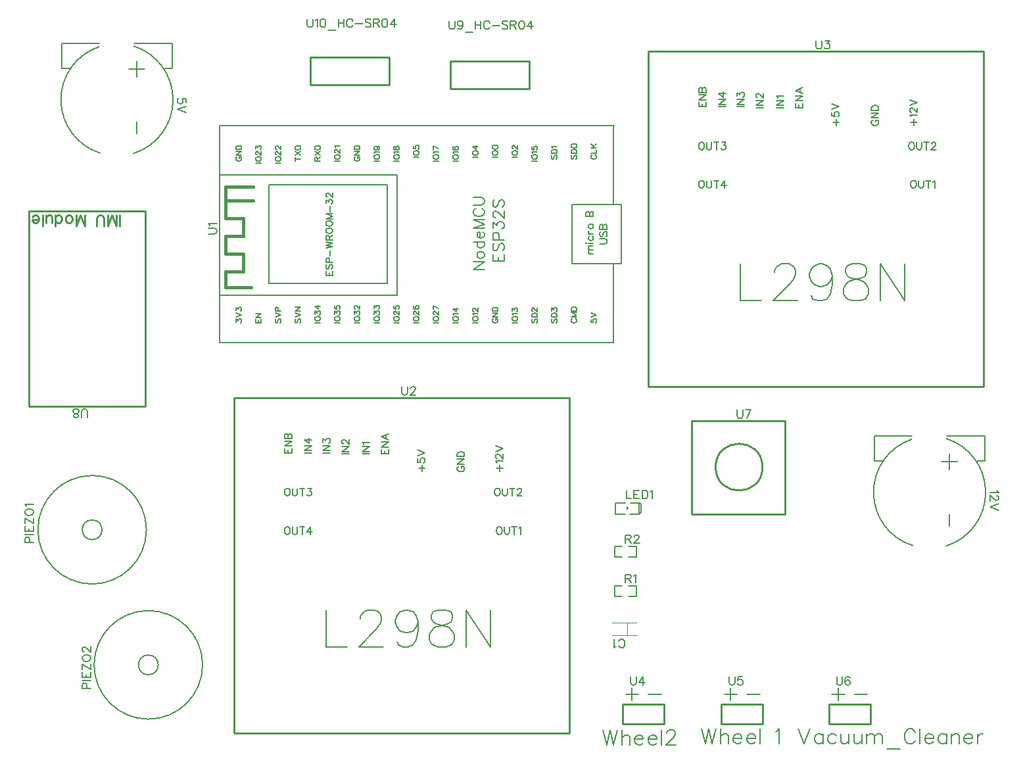
<source format=gto>
G04 Layer: TopSilkscreenLayer*
G04 EasyEDA v6.5.15, 2022-09-05 00:32:20*
G04 07c8b65852c84e1a800055945528140b,10*
G04 Gerber Generator version 0.2*
G04 Scale: 100 percent, Rotated: No, Reflected: No *
G04 Dimensions in millimeters *
G04 leading zeros omitted , absolute positions ,4 integer and 5 decimal *
%FSLAX45Y45*%
%MOMM*%

%ADD10C,0.1524*%
%ADD11C,0.2032*%
%ADD12C,0.2540*%
%ADD13C,0.1500*%
%ADD14C,0.0800*%
%ADD15C,0.4000*%
%ADD16C,0.2000*%
%ADD17C,0.0135*%

%LPD*%
D10*
X3226815Y4951729D02*
G01*
X3226815Y5003545D01*
X3180079Y5008879D01*
X3185159Y5003545D01*
X3190493Y4988052D01*
X3190493Y4972304D01*
X3185159Y4956810D01*
X3175000Y4946395D01*
X3159252Y4941315D01*
X3148838Y4941315D01*
X3133343Y4946395D01*
X3122929Y4956810D01*
X3117850Y4972304D01*
X3117850Y4988052D01*
X3122929Y5003545D01*
X3128009Y5008879D01*
X3138424Y5013960D01*
X3226815Y4907026D02*
G01*
X3117850Y4865370D01*
X3226815Y4823713D02*
G01*
X3117850Y4865370D01*
X13670788Y-40639D02*
G01*
X13676122Y-51054D01*
X13691616Y-66547D01*
X13582650Y-66547D01*
X13665708Y-106171D02*
G01*
X13670788Y-106171D01*
X13681202Y-111252D01*
X13686536Y-116586D01*
X13691616Y-127000D01*
X13691616Y-147573D01*
X13686536Y-157987D01*
X13681202Y-163321D01*
X13670788Y-168402D01*
X13660374Y-168402D01*
X13649959Y-163321D01*
X13634466Y-152907D01*
X13582650Y-100837D01*
X13582650Y-173736D01*
X13691616Y-208026D02*
G01*
X13582650Y-249428D01*
X13691616Y-291084D02*
G01*
X13582650Y-249428D01*
X8800533Y-2039950D02*
G01*
X8805867Y-2050364D01*
X8816281Y-2060778D01*
X8826441Y-2065858D01*
X8847269Y-2065858D01*
X8857683Y-2060778D01*
X8868097Y-2050364D01*
X8873431Y-2039950D01*
X8878511Y-2024202D01*
X8878511Y-1998294D01*
X8873431Y-1982800D01*
X8868097Y-1972386D01*
X8857683Y-1961972D01*
X8847269Y-1956892D01*
X8826441Y-1956892D01*
X8816281Y-1961972D01*
X8805867Y-1972386D01*
X8800533Y-1982800D01*
X8766243Y-2045030D02*
G01*
X8755829Y-2050364D01*
X8740335Y-2065858D01*
X8740335Y-1956892D01*
X8902700Y-37084D02*
G01*
X8902700Y-146050D01*
X8902700Y-146050D02*
G01*
X8964929Y-146050D01*
X8999220Y-37084D02*
G01*
X8999220Y-146050D01*
X8999220Y-37084D02*
G01*
X9066784Y-37084D01*
X8999220Y-88900D02*
G01*
X9040875Y-88900D01*
X8999220Y-146050D02*
G01*
X9066784Y-146050D01*
X9101074Y-37084D02*
G01*
X9101074Y-146050D01*
X9101074Y-37084D02*
G01*
X9137650Y-37084D01*
X9153143Y-42163D01*
X9163558Y-52578D01*
X9168638Y-62992D01*
X9173972Y-78739D01*
X9173972Y-104647D01*
X9168638Y-120142D01*
X9163558Y-130555D01*
X9153143Y-140970D01*
X9137650Y-146050D01*
X9101074Y-146050D01*
X9208261Y-57912D02*
G01*
X9218675Y-52578D01*
X9234170Y-37084D01*
X9234170Y-146050D01*
X8887274Y-1121486D02*
G01*
X8887274Y-1230452D01*
X8887274Y-1121486D02*
G01*
X8934010Y-1121486D01*
X8949504Y-1126566D01*
X8954838Y-1131900D01*
X8959918Y-1142314D01*
X8959918Y-1152728D01*
X8954838Y-1163142D01*
X8949504Y-1168222D01*
X8934010Y-1173302D01*
X8887274Y-1173302D01*
X8923596Y-1173302D02*
G01*
X8959918Y-1230452D01*
X8994208Y-1142314D02*
G01*
X9004622Y-1136980D01*
X9020370Y-1121486D01*
X9020370Y-1230452D01*
X8887274Y-613486D02*
G01*
X8887274Y-722452D01*
X8887274Y-613486D02*
G01*
X8934010Y-613486D01*
X8949504Y-618566D01*
X8954838Y-623900D01*
X8959918Y-634314D01*
X8959918Y-644728D01*
X8954838Y-655142D01*
X8949504Y-660222D01*
X8934010Y-665302D01*
X8887274Y-665302D01*
X8923596Y-665302D02*
G01*
X8959918Y-722452D01*
X8999542Y-639394D02*
G01*
X8999542Y-634314D01*
X9004622Y-623900D01*
X9009956Y-618566D01*
X9020370Y-613486D01*
X9040944Y-613486D01*
X9051358Y-618566D01*
X9056692Y-623900D01*
X9061772Y-634314D01*
X9061772Y-644728D01*
X9056692Y-655142D01*
X9046278Y-670636D01*
X8994208Y-722452D01*
X9067106Y-722452D01*
X1891284Y-2590800D02*
G01*
X2000250Y-2590800D01*
X1891284Y-2590800D02*
G01*
X1891284Y-2544063D01*
X1896363Y-2528570D01*
X1901697Y-2523236D01*
X1912112Y-2518155D01*
X1927605Y-2518155D01*
X1938020Y-2523236D01*
X1943100Y-2528570D01*
X1948434Y-2544063D01*
X1948434Y-2590800D01*
X1891284Y-2483865D02*
G01*
X2000250Y-2483865D01*
X1891284Y-2449576D02*
G01*
X2000250Y-2449576D01*
X1891284Y-2449576D02*
G01*
X1891284Y-2382012D01*
X1943100Y-2449576D02*
G01*
X1943100Y-2407920D01*
X2000250Y-2449576D02*
G01*
X2000250Y-2382012D01*
X1891284Y-2274823D02*
G01*
X2000250Y-2347721D01*
X1891284Y-2347721D02*
G01*
X1891284Y-2274823D01*
X2000250Y-2347721D02*
G01*
X2000250Y-2274823D01*
X1891284Y-2209545D02*
G01*
X1896363Y-2219960D01*
X1906778Y-2230120D01*
X1917192Y-2235454D01*
X1932940Y-2240534D01*
X1958847Y-2240534D01*
X1974341Y-2235454D01*
X1984756Y-2230120D01*
X1995170Y-2219960D01*
X2000250Y-2209545D01*
X2000250Y-2188718D01*
X1995170Y-2178304D01*
X1984756Y-2167889D01*
X1974341Y-2162810D01*
X1958847Y-2157476D01*
X1932940Y-2157476D01*
X1917192Y-2162810D01*
X1906778Y-2167889D01*
X1896363Y-2178304D01*
X1891284Y-2188718D01*
X1891284Y-2209545D01*
X1917192Y-2118105D02*
G01*
X1912112Y-2118105D01*
X1901697Y-2112771D01*
X1896363Y-2107692D01*
X1891284Y-2097278D01*
X1891284Y-2076450D01*
X1896363Y-2066036D01*
X1901697Y-2060955D01*
X1912112Y-2055621D01*
X1922526Y-2055621D01*
X1932940Y-2060955D01*
X1948434Y-2071370D01*
X2000250Y-2123186D01*
X2000250Y-2050542D01*
X1154684Y-711200D02*
G01*
X1263650Y-711200D01*
X1154684Y-711200D02*
G01*
X1154684Y-664463D01*
X1159763Y-648970D01*
X1165097Y-643636D01*
X1175512Y-638555D01*
X1191005Y-638555D01*
X1201420Y-643636D01*
X1206500Y-648970D01*
X1211834Y-664463D01*
X1211834Y-711200D01*
X1154684Y-604265D02*
G01*
X1263650Y-604265D01*
X1154684Y-569976D02*
G01*
X1263650Y-569976D01*
X1154684Y-569976D02*
G01*
X1154684Y-502412D01*
X1206500Y-569976D02*
G01*
X1206500Y-528320D01*
X1263650Y-569976D02*
G01*
X1263650Y-502412D01*
X1154684Y-395223D02*
G01*
X1263650Y-468121D01*
X1154684Y-468121D02*
G01*
X1154684Y-395223D01*
X1263650Y-468121D02*
G01*
X1263650Y-395223D01*
X1154684Y-329945D02*
G01*
X1159763Y-340360D01*
X1170178Y-350520D01*
X1180592Y-355854D01*
X1196339Y-360934D01*
X1222247Y-360934D01*
X1237742Y-355854D01*
X1248155Y-350520D01*
X1258570Y-340360D01*
X1263650Y-329945D01*
X1263650Y-309118D01*
X1258570Y-298704D01*
X1248155Y-288289D01*
X1237742Y-283210D01*
X1222247Y-277876D01*
X1196339Y-277876D01*
X1180592Y-283210D01*
X1170178Y-288289D01*
X1159763Y-298704D01*
X1154684Y-309118D01*
X1154684Y-329945D01*
X1175512Y-243586D02*
G01*
X1170178Y-233171D01*
X1154684Y-217678D01*
X1263650Y-217678D01*
X3516871Y3263900D02*
G01*
X3594849Y3263900D01*
X3610343Y3268979D01*
X3620757Y3279394D01*
X3625837Y3295142D01*
X3625837Y3305555D01*
X3620757Y3321050D01*
X3610343Y3331463D01*
X3594849Y3336544D01*
X3516871Y3336544D01*
X3537699Y3370834D02*
G01*
X3532365Y3381247D01*
X3516871Y3396995D01*
X3625837Y3396995D01*
D11*
X7690345Y2169413D02*
G01*
X7683487Y2162555D01*
X7679931Y2152142D01*
X7679931Y2138171D01*
X7683487Y2127757D01*
X7690345Y2120900D01*
X7697457Y2120900D01*
X7704315Y2124455D01*
X7707617Y2127757D01*
X7711173Y2134870D01*
X7718031Y2155444D01*
X7721587Y2162555D01*
X7725143Y2165857D01*
X7732001Y2169413D01*
X7742415Y2169413D01*
X7749273Y2162555D01*
X7752829Y2152142D01*
X7752829Y2138171D01*
X7749273Y2127757D01*
X7742415Y2120900D01*
X7679931Y2192273D02*
G01*
X7752829Y2192273D01*
X7679931Y2192273D02*
G01*
X7679931Y2216404D01*
X7683487Y2226818D01*
X7690345Y2233929D01*
X7697457Y2237231D01*
X7707617Y2240787D01*
X7725143Y2240787D01*
X7735557Y2237231D01*
X7742415Y2233929D01*
X7749273Y2226818D01*
X7752829Y2216404D01*
X7752829Y2192273D01*
X7697457Y2266950D02*
G01*
X7693901Y2266950D01*
X7687043Y2270505D01*
X7683487Y2274062D01*
X7679931Y2280920D01*
X7679931Y2294889D01*
X7683487Y2301747D01*
X7687043Y2305050D01*
X7693901Y2308605D01*
X7700759Y2308605D01*
X7707617Y2305050D01*
X7718031Y2298192D01*
X7752829Y2263647D01*
X7752829Y2312162D01*
X8555977Y3136900D02*
G01*
X8624303Y3136900D01*
X8637765Y3141471D01*
X8646909Y3150615D01*
X8651481Y3164078D01*
X8651481Y3173221D01*
X8646909Y3186937D01*
X8637765Y3196081D01*
X8624303Y3200654D01*
X8555977Y3200654D01*
X8569439Y3294126D02*
G01*
X8560549Y3284981D01*
X8555977Y3271520D01*
X8555977Y3253231D01*
X8560549Y3239515D01*
X8569439Y3230626D01*
X8578837Y3230626D01*
X8587981Y3235197D01*
X8592299Y3239515D01*
X8597125Y3248660D01*
X8606015Y3276092D01*
X8610587Y3284981D01*
X8615159Y3289554D01*
X8624303Y3294126D01*
X8637765Y3294126D01*
X8646909Y3284981D01*
X8651481Y3271520D01*
X8651481Y3253231D01*
X8646909Y3239515D01*
X8637765Y3230626D01*
X8555977Y3324097D02*
G01*
X8651481Y3324097D01*
X8555977Y3324097D02*
G01*
X8555977Y3364992D01*
X8560549Y3378707D01*
X8565375Y3383279D01*
X8574265Y3387852D01*
X8583409Y3387852D01*
X8592299Y3383279D01*
X8597125Y3378707D01*
X8601189Y3364992D01*
X8601189Y3324097D02*
G01*
X8601189Y3364992D01*
X8606015Y3378707D01*
X8610587Y3383279D01*
X8619731Y3387852D01*
X8632939Y3387852D01*
X8642337Y3383279D01*
X8646909Y3378707D01*
X8651481Y3364992D01*
X8651481Y3324097D01*
X8410181Y3009900D02*
G01*
X8473681Y3009900D01*
X8428469Y3009900D02*
G01*
X8414499Y3023615D01*
X8410181Y3032505D01*
X8410181Y3046221D01*
X8414499Y3055365D01*
X8428469Y3059937D01*
X8473681Y3059937D01*
X8428469Y3059937D02*
G01*
X8414499Y3073654D01*
X8410181Y3082544D01*
X8410181Y3096260D01*
X8414499Y3105404D01*
X8428469Y3109976D01*
X8473681Y3109976D01*
X8378177Y3139947D02*
G01*
X8382749Y3144520D01*
X8378177Y3149092D01*
X8373859Y3144520D01*
X8378177Y3139947D01*
X8410181Y3144520D02*
G01*
X8473681Y3144520D01*
X8423643Y3233420D02*
G01*
X8414499Y3224529D01*
X8410181Y3215386D01*
X8410181Y3201670D01*
X8414499Y3192526D01*
X8423643Y3183636D01*
X8437359Y3179063D01*
X8446757Y3179063D01*
X8460219Y3183636D01*
X8469109Y3192526D01*
X8473681Y3201670D01*
X8473681Y3215386D01*
X8469109Y3224529D01*
X8460219Y3233420D01*
X8410181Y3263645D02*
G01*
X8473681Y3263645D01*
X8437359Y3263645D02*
G01*
X8423643Y3267963D01*
X8414499Y3277107D01*
X8410181Y3286252D01*
X8410181Y3299968D01*
X8410181Y3352545D02*
G01*
X8414499Y3343655D01*
X8423643Y3334512D01*
X8437359Y3329939D01*
X8446757Y3329939D01*
X8460219Y3334512D01*
X8469109Y3343655D01*
X8473681Y3352545D01*
X8473681Y3366262D01*
X8469109Y3375405D01*
X8460219Y3384550D01*
X8446757Y3388868D01*
X8437359Y3388868D01*
X8423643Y3384550D01*
X8414499Y3375405D01*
X8410181Y3366262D01*
X8410181Y3352545D01*
X8378177Y3488944D02*
G01*
X8473681Y3488944D01*
X8378177Y3488944D02*
G01*
X8378177Y3529837D01*
X8382749Y3543554D01*
X8387321Y3548126D01*
X8396719Y3552697D01*
X8405609Y3552697D01*
X8414499Y3548126D01*
X8419071Y3543554D01*
X8423643Y3529837D01*
X8423643Y3488944D02*
G01*
X8423643Y3529837D01*
X8428469Y3543554D01*
X8432787Y3548126D01*
X8441931Y3552697D01*
X8455393Y3552697D01*
X8464537Y3548126D01*
X8469109Y3543554D01*
X8473681Y3529837D01*
X8473681Y3488944D01*
X5030965Y2730500D02*
G01*
X5116817Y2730500D01*
X5030965Y2730500D02*
G01*
X5030965Y2783586D01*
X5071859Y2730500D02*
G01*
X5071859Y2763265D01*
X5116817Y2730500D02*
G01*
X5116817Y2783586D01*
X5043157Y2867913D02*
G01*
X5035029Y2859786D01*
X5030965Y2847594D01*
X5030965Y2831084D01*
X5035029Y2818892D01*
X5043157Y2810763D01*
X5051285Y2810763D01*
X5059413Y2814828D01*
X5063731Y2818892D01*
X5067795Y2827020D01*
X5075923Y2851657D01*
X5079987Y2859786D01*
X5084051Y2863850D01*
X5092179Y2867913D01*
X5104625Y2867913D01*
X5112753Y2859786D01*
X5116817Y2847594D01*
X5116817Y2831084D01*
X5112753Y2818892D01*
X5104625Y2810763D01*
X5030965Y2894837D02*
G01*
X5116817Y2894837D01*
X5030965Y2894837D02*
G01*
X5030965Y2931668D01*
X5035029Y2944113D01*
X5039093Y2948178D01*
X5047221Y2952242D01*
X5059413Y2952242D01*
X5067795Y2948178D01*
X5071859Y2944113D01*
X5075923Y2931668D01*
X5075923Y2894837D01*
X5079987Y2979165D02*
G01*
X5079987Y3052826D01*
X5030965Y3079750D02*
G01*
X5116817Y3100323D01*
X5030965Y3120897D02*
G01*
X5116817Y3100323D01*
X5030965Y3120897D02*
G01*
X5116817Y3141218D01*
X5030965Y3161792D02*
G01*
X5116817Y3141218D01*
X5030965Y3188715D02*
G01*
X5116817Y3188715D01*
X5030965Y3188715D02*
G01*
X5030965Y3225545D01*
X5035029Y3237737D01*
X5039093Y3241802D01*
X5047221Y3245865D01*
X5055349Y3245865D01*
X5063731Y3241802D01*
X5067795Y3237737D01*
X5071859Y3225545D01*
X5071859Y3188715D01*
X5071859Y3217418D02*
G01*
X5116817Y3245865D01*
X5030965Y3297428D02*
G01*
X5035029Y3289300D01*
X5043157Y3281171D01*
X5051285Y3277107D01*
X5063731Y3273044D01*
X5084051Y3273044D01*
X5096243Y3277107D01*
X5104625Y3281171D01*
X5112753Y3289300D01*
X5116817Y3297428D01*
X5116817Y3313937D01*
X5112753Y3322065D01*
X5104625Y3330194D01*
X5096243Y3334257D01*
X5084051Y3338321D01*
X5063731Y3338321D01*
X5051285Y3334257D01*
X5043157Y3330194D01*
X5035029Y3322065D01*
X5030965Y3313937D01*
X5030965Y3297428D01*
X5030965Y3389884D02*
G01*
X5035029Y3381755D01*
X5043157Y3373628D01*
X5051285Y3369563D01*
X5063731Y3365500D01*
X5084051Y3365500D01*
X5096243Y3369563D01*
X5104625Y3373628D01*
X5112753Y3381755D01*
X5116817Y3389884D01*
X5116817Y3406394D01*
X5112753Y3414521D01*
X5104625Y3422650D01*
X5096243Y3426713D01*
X5084051Y3430778D01*
X5063731Y3430778D01*
X5051285Y3426713D01*
X5043157Y3422650D01*
X5035029Y3414521D01*
X5030965Y3406394D01*
X5030965Y3389884D01*
X5030965Y3457955D02*
G01*
X5116817Y3457955D01*
X5030965Y3457955D02*
G01*
X5116817Y3490468D01*
X5030965Y3523234D02*
G01*
X5116817Y3490468D01*
X5030965Y3523234D02*
G01*
X5116817Y3523234D01*
X5079987Y3550412D02*
G01*
X5079987Y3624071D01*
X5030965Y3659123D02*
G01*
X5030965Y3704081D01*
X5063731Y3679697D01*
X5063731Y3691889D01*
X5067795Y3700018D01*
X5071859Y3704081D01*
X5084051Y3708145D01*
X5092179Y3708145D01*
X5104625Y3704081D01*
X5112753Y3695954D01*
X5116817Y3683762D01*
X5116817Y3671315D01*
X5112753Y3659123D01*
X5108689Y3655060D01*
X5100561Y3650995D01*
X5051285Y3739387D02*
G01*
X5047221Y3739387D01*
X5039093Y3743452D01*
X5035029Y3747515D01*
X5030965Y3755644D01*
X5030965Y3772154D01*
X5035029Y3780281D01*
X5039093Y3784345D01*
X5047221Y3788410D01*
X5055349Y3788410D01*
X5063731Y3784345D01*
X5075923Y3776218D01*
X5116817Y3735323D01*
X5116817Y3792473D01*
X7425931Y2120900D02*
G01*
X7498829Y2120900D01*
X7425931Y2164587D02*
G01*
X7429487Y2157729D01*
X7436345Y2150618D01*
X7443457Y2147315D01*
X7453617Y2143760D01*
X7471143Y2143760D01*
X7481557Y2147315D01*
X7488415Y2150618D01*
X7495273Y2157729D01*
X7498829Y2164587D01*
X7498829Y2178304D01*
X7495273Y2185415D01*
X7488415Y2192273D01*
X7481557Y2195829D01*
X7471143Y2199131D01*
X7453617Y2199131D01*
X7443457Y2195829D01*
X7436345Y2192273D01*
X7429487Y2185415D01*
X7425931Y2178304D01*
X7425931Y2164587D01*
X7439901Y2221992D02*
G01*
X7436345Y2228850D01*
X7425931Y2239263D01*
X7498829Y2239263D01*
X7425931Y2269236D02*
G01*
X7425931Y2307336D01*
X7453617Y2286507D01*
X7453617Y2296921D01*
X7457173Y2303779D01*
X7460729Y2307336D01*
X7471143Y2310637D01*
X7478001Y2310637D01*
X7488415Y2307336D01*
X7495273Y2300223D01*
X7498829Y2289810D01*
X7498829Y2279650D01*
X7495273Y2269236D01*
X7491717Y2265679D01*
X7484859Y2262123D01*
X7189457Y2172970D02*
G01*
X7182345Y2169413D01*
X7175487Y2162555D01*
X7171931Y2155444D01*
X7171931Y2141728D01*
X7175487Y2134870D01*
X7182345Y2127757D01*
X7189457Y2124455D01*
X7199617Y2120900D01*
X7217143Y2120900D01*
X7227557Y2124455D01*
X7234415Y2127757D01*
X7241273Y2134870D01*
X7244829Y2141728D01*
X7244829Y2155444D01*
X7241273Y2162555D01*
X7234415Y2169413D01*
X7227557Y2172970D01*
X7217143Y2172970D01*
X7217143Y2155444D02*
G01*
X7217143Y2172970D01*
X7171931Y2195829D02*
G01*
X7244829Y2195829D01*
X7171931Y2195829D02*
G01*
X7244829Y2244089D01*
X7171931Y2244089D02*
G01*
X7244829Y2244089D01*
X7171931Y2266950D02*
G01*
X7244829Y2266950D01*
X7171931Y2266950D02*
G01*
X7171931Y2291334D01*
X7175487Y2301747D01*
X7182345Y2308605D01*
X7189457Y2312162D01*
X7199617Y2315463D01*
X7217143Y2315463D01*
X7227557Y2312162D01*
X7234415Y2308605D01*
X7241273Y2301747D01*
X7244829Y2291334D01*
X7244829Y2266950D01*
X6917931Y2120900D02*
G01*
X6990829Y2120900D01*
X6917931Y2164587D02*
G01*
X6921487Y2157729D01*
X6928345Y2150618D01*
X6935457Y2147315D01*
X6945617Y2143760D01*
X6963143Y2143760D01*
X6973557Y2147315D01*
X6980415Y2150618D01*
X6987273Y2157729D01*
X6990829Y2164587D01*
X6990829Y2178304D01*
X6987273Y2185415D01*
X6980415Y2192273D01*
X6973557Y2195829D01*
X6963143Y2199131D01*
X6945617Y2199131D01*
X6935457Y2195829D01*
X6928345Y2192273D01*
X6921487Y2185415D01*
X6917931Y2178304D01*
X6917931Y2164587D01*
X6931901Y2221992D02*
G01*
X6928345Y2228850D01*
X6917931Y2239263D01*
X6990829Y2239263D01*
X6935457Y2265679D02*
G01*
X6931901Y2265679D01*
X6925043Y2269236D01*
X6921487Y2272537D01*
X6917931Y2279650D01*
X6917931Y2293365D01*
X6921487Y2300223D01*
X6925043Y2303779D01*
X6931901Y2307336D01*
X6938759Y2307336D01*
X6945617Y2303779D01*
X6956031Y2296921D01*
X6990829Y2262123D01*
X6990829Y2310637D01*
X6663931Y2120900D02*
G01*
X6736829Y2120900D01*
X6663931Y2164587D02*
G01*
X6667487Y2157729D01*
X6674345Y2150618D01*
X6681457Y2147315D01*
X6691617Y2143760D01*
X6709143Y2143760D01*
X6719557Y2147315D01*
X6726415Y2150618D01*
X6733273Y2157729D01*
X6736829Y2164587D01*
X6736829Y2178304D01*
X6733273Y2185415D01*
X6726415Y2192273D01*
X6719557Y2195829D01*
X6709143Y2199131D01*
X6691617Y2199131D01*
X6681457Y2195829D01*
X6674345Y2192273D01*
X6667487Y2185415D01*
X6663931Y2178304D01*
X6663931Y2164587D01*
X6677901Y2221992D02*
G01*
X6674345Y2228850D01*
X6663931Y2239263D01*
X6736829Y2239263D01*
X6663931Y2296921D02*
G01*
X6712445Y2262123D01*
X6712445Y2314194D01*
X6663931Y2296921D02*
G01*
X6736829Y2296921D01*
X6409931Y2120900D02*
G01*
X6482829Y2120900D01*
X6409931Y2164587D02*
G01*
X6413487Y2157729D01*
X6420345Y2150618D01*
X6427457Y2147315D01*
X6437617Y2143760D01*
X6455143Y2143760D01*
X6465557Y2147315D01*
X6472415Y2150618D01*
X6479273Y2157729D01*
X6482829Y2164587D01*
X6482829Y2178304D01*
X6479273Y2185415D01*
X6472415Y2192273D01*
X6465557Y2195829D01*
X6455143Y2199131D01*
X6437617Y2199131D01*
X6427457Y2195829D01*
X6420345Y2192273D01*
X6413487Y2185415D01*
X6409931Y2178304D01*
X6409931Y2164587D01*
X6427457Y2225547D02*
G01*
X6423901Y2225547D01*
X6417043Y2228850D01*
X6413487Y2232405D01*
X6409931Y2239263D01*
X6409931Y2253234D01*
X6413487Y2260092D01*
X6417043Y2263647D01*
X6423901Y2266950D01*
X6430759Y2266950D01*
X6437617Y2263647D01*
X6448031Y2256789D01*
X6482829Y2221992D01*
X6482829Y2270505D01*
X6409931Y2341879D02*
G01*
X6482829Y2307336D01*
X6409931Y2293365D02*
G01*
X6409931Y2341879D01*
X6155931Y2120900D02*
G01*
X6228829Y2120900D01*
X6155931Y2164587D02*
G01*
X6159487Y2157729D01*
X6166345Y2150618D01*
X6173457Y2147315D01*
X6183617Y2143760D01*
X6201143Y2143760D01*
X6211557Y2147315D01*
X6218415Y2150618D01*
X6225273Y2157729D01*
X6228829Y2164587D01*
X6228829Y2178304D01*
X6225273Y2185415D01*
X6218415Y2192273D01*
X6211557Y2195829D01*
X6201143Y2199131D01*
X6183617Y2199131D01*
X6173457Y2195829D01*
X6166345Y2192273D01*
X6159487Y2185415D01*
X6155931Y2178304D01*
X6155931Y2164587D01*
X6173457Y2225547D02*
G01*
X6169901Y2225547D01*
X6163043Y2228850D01*
X6159487Y2232405D01*
X6155931Y2239263D01*
X6155931Y2253234D01*
X6159487Y2260092D01*
X6163043Y2263647D01*
X6169901Y2266950D01*
X6176759Y2266950D01*
X6183617Y2263647D01*
X6194031Y2256789D01*
X6228829Y2221992D01*
X6228829Y2270505D01*
X6166345Y2335021D02*
G01*
X6159487Y2331465D01*
X6155931Y2321052D01*
X6155931Y2314194D01*
X6159487Y2303779D01*
X6169901Y2296921D01*
X6187173Y2293365D01*
X6204445Y2293365D01*
X6218415Y2296921D01*
X6225273Y2303779D01*
X6228829Y2314194D01*
X6228829Y2317750D01*
X6225273Y2327910D01*
X6218415Y2335021D01*
X6208001Y2338323D01*
X6204445Y2338323D01*
X6194031Y2335021D01*
X6187173Y2327910D01*
X6183617Y2317750D01*
X6183617Y2314194D01*
X6187173Y2303779D01*
X6194031Y2296921D01*
X6204445Y2293365D01*
X5901931Y2120900D02*
G01*
X5974829Y2120900D01*
X5901931Y2164587D02*
G01*
X5905487Y2157729D01*
X5912345Y2150618D01*
X5919457Y2147315D01*
X5929617Y2143760D01*
X5947143Y2143760D01*
X5957557Y2147315D01*
X5964415Y2150618D01*
X5971273Y2157729D01*
X5974829Y2164587D01*
X5974829Y2178304D01*
X5971273Y2185415D01*
X5964415Y2192273D01*
X5957557Y2195829D01*
X5947143Y2199131D01*
X5929617Y2199131D01*
X5919457Y2195829D01*
X5912345Y2192273D01*
X5905487Y2185415D01*
X5901931Y2178304D01*
X5901931Y2164587D01*
X5919457Y2225547D02*
G01*
X5915901Y2225547D01*
X5909043Y2228850D01*
X5905487Y2232405D01*
X5901931Y2239263D01*
X5901931Y2253234D01*
X5905487Y2260092D01*
X5909043Y2263647D01*
X5915901Y2266950D01*
X5922759Y2266950D01*
X5929617Y2263647D01*
X5940031Y2256789D01*
X5974829Y2221992D01*
X5974829Y2270505D01*
X5901931Y2335021D02*
G01*
X5901931Y2300223D01*
X5933173Y2296921D01*
X5929617Y2300223D01*
X5926315Y2310637D01*
X5926315Y2321052D01*
X5929617Y2331465D01*
X5936729Y2338323D01*
X5947143Y2341879D01*
X5954001Y2341879D01*
X5964415Y2338323D01*
X5971273Y2331465D01*
X5974829Y2321052D01*
X5974829Y2310637D01*
X5971273Y2300223D01*
X5967717Y2296921D01*
X5960859Y2293365D01*
X5647931Y2120900D02*
G01*
X5720829Y2120900D01*
X5647931Y2164587D02*
G01*
X5651487Y2157729D01*
X5658345Y2150618D01*
X5665457Y2147315D01*
X5675617Y2143760D01*
X5693143Y2143760D01*
X5703557Y2147315D01*
X5710415Y2150618D01*
X5717273Y2157729D01*
X5720829Y2164587D01*
X5720829Y2178304D01*
X5717273Y2185415D01*
X5710415Y2192273D01*
X5703557Y2195829D01*
X5693143Y2199131D01*
X5675617Y2199131D01*
X5665457Y2195829D01*
X5658345Y2192273D01*
X5651487Y2185415D01*
X5647931Y2178304D01*
X5647931Y2164587D01*
X5647931Y2228850D02*
G01*
X5647931Y2266950D01*
X5675617Y2246376D01*
X5675617Y2256789D01*
X5679173Y2263647D01*
X5682729Y2266950D01*
X5693143Y2270505D01*
X5700001Y2270505D01*
X5710415Y2266950D01*
X5717273Y2260092D01*
X5720829Y2249678D01*
X5720829Y2239263D01*
X5717273Y2228850D01*
X5713717Y2225547D01*
X5706859Y2221992D01*
X5647931Y2300223D02*
G01*
X5647931Y2338323D01*
X5675617Y2317750D01*
X5675617Y2327910D01*
X5679173Y2335021D01*
X5682729Y2338323D01*
X5693143Y2341879D01*
X5700001Y2341879D01*
X5710415Y2338323D01*
X5717273Y2331465D01*
X5720829Y2321052D01*
X5720829Y2310637D01*
X5717273Y2300223D01*
X5713717Y2296921D01*
X5706859Y2293365D01*
X5393931Y2120900D02*
G01*
X5466829Y2120900D01*
X5393931Y2164587D02*
G01*
X5397487Y2157729D01*
X5404345Y2150618D01*
X5411457Y2147315D01*
X5421617Y2143760D01*
X5439143Y2143760D01*
X5449557Y2147315D01*
X5456415Y2150618D01*
X5463273Y2157729D01*
X5466829Y2164587D01*
X5466829Y2178304D01*
X5463273Y2185415D01*
X5456415Y2192273D01*
X5449557Y2195829D01*
X5439143Y2199131D01*
X5421617Y2199131D01*
X5411457Y2195829D01*
X5404345Y2192273D01*
X5397487Y2185415D01*
X5393931Y2178304D01*
X5393931Y2164587D01*
X5393931Y2228850D02*
G01*
X5393931Y2266950D01*
X5421617Y2246376D01*
X5421617Y2256789D01*
X5425173Y2263647D01*
X5428729Y2266950D01*
X5439143Y2270505D01*
X5446001Y2270505D01*
X5456415Y2266950D01*
X5463273Y2260092D01*
X5466829Y2249678D01*
X5466829Y2239263D01*
X5463273Y2228850D01*
X5459717Y2225547D01*
X5452859Y2221992D01*
X5411457Y2296921D02*
G01*
X5407901Y2296921D01*
X5401043Y2300223D01*
X5397487Y2303779D01*
X5393931Y2310637D01*
X5393931Y2324607D01*
X5397487Y2331465D01*
X5401043Y2335021D01*
X5407901Y2338323D01*
X5414759Y2338323D01*
X5421617Y2335021D01*
X5432031Y2327910D01*
X5466829Y2293365D01*
X5466829Y2341879D01*
X5139931Y2120900D02*
G01*
X5212829Y2120900D01*
X5139931Y2164587D02*
G01*
X5143487Y2157729D01*
X5150345Y2150618D01*
X5157457Y2147315D01*
X5167617Y2143760D01*
X5185143Y2143760D01*
X5195557Y2147315D01*
X5202415Y2150618D01*
X5209273Y2157729D01*
X5212829Y2164587D01*
X5212829Y2178304D01*
X5209273Y2185415D01*
X5202415Y2192273D01*
X5195557Y2195829D01*
X5185143Y2199131D01*
X5167617Y2199131D01*
X5157457Y2195829D01*
X5150345Y2192273D01*
X5143487Y2185415D01*
X5139931Y2178304D01*
X5139931Y2164587D01*
X5139931Y2228850D02*
G01*
X5139931Y2266950D01*
X5167617Y2246376D01*
X5167617Y2256789D01*
X5171173Y2263647D01*
X5174729Y2266950D01*
X5185143Y2270505D01*
X5192001Y2270505D01*
X5202415Y2266950D01*
X5209273Y2260092D01*
X5212829Y2249678D01*
X5212829Y2239263D01*
X5209273Y2228850D01*
X5205717Y2225547D01*
X5198859Y2221992D01*
X5139931Y2335021D02*
G01*
X5139931Y2300223D01*
X5171173Y2296921D01*
X5167617Y2300223D01*
X5164315Y2310637D01*
X5164315Y2321052D01*
X5167617Y2331465D01*
X5174729Y2338323D01*
X5185143Y2341879D01*
X5192001Y2341879D01*
X5202415Y2338323D01*
X5209273Y2331465D01*
X5212829Y2321052D01*
X5212829Y2310637D01*
X5209273Y2300223D01*
X5205717Y2296921D01*
X5198859Y2293365D01*
X4885931Y2120900D02*
G01*
X4958829Y2120900D01*
X4885931Y2164587D02*
G01*
X4889487Y2157729D01*
X4896345Y2150618D01*
X4903457Y2147315D01*
X4913617Y2143760D01*
X4931143Y2143760D01*
X4941557Y2147315D01*
X4948415Y2150618D01*
X4955273Y2157729D01*
X4958829Y2164587D01*
X4958829Y2178304D01*
X4955273Y2185415D01*
X4948415Y2192273D01*
X4941557Y2195829D01*
X4931143Y2199131D01*
X4913617Y2199131D01*
X4903457Y2195829D01*
X4896345Y2192273D01*
X4889487Y2185415D01*
X4885931Y2178304D01*
X4885931Y2164587D01*
X4885931Y2228850D02*
G01*
X4885931Y2266950D01*
X4913617Y2246376D01*
X4913617Y2256789D01*
X4917173Y2263647D01*
X4920729Y2266950D01*
X4931143Y2270505D01*
X4938001Y2270505D01*
X4948415Y2266950D01*
X4955273Y2260092D01*
X4958829Y2249678D01*
X4958829Y2239263D01*
X4955273Y2228850D01*
X4951717Y2225547D01*
X4944859Y2221992D01*
X4885931Y2327910D02*
G01*
X4934445Y2293365D01*
X4934445Y2345436D01*
X4885931Y2327910D02*
G01*
X4958829Y2327910D01*
X4642345Y2169413D02*
G01*
X4635487Y2162555D01*
X4631931Y2152142D01*
X4631931Y2138171D01*
X4635487Y2127757D01*
X4642345Y2120900D01*
X4649457Y2120900D01*
X4656315Y2124455D01*
X4659617Y2127757D01*
X4663173Y2134870D01*
X4670031Y2155444D01*
X4673587Y2162555D01*
X4677143Y2165857D01*
X4684001Y2169413D01*
X4694415Y2169413D01*
X4701273Y2162555D01*
X4704829Y2152142D01*
X4704829Y2138171D01*
X4701273Y2127757D01*
X4694415Y2120900D01*
X4631931Y2192273D02*
G01*
X4704829Y2219960D01*
X4631931Y2247645D02*
G01*
X4704829Y2219960D01*
X4631931Y2270505D02*
G01*
X4704829Y2270505D01*
X4631931Y2270505D02*
G01*
X4704829Y2319020D01*
X4631931Y2319020D02*
G01*
X4704829Y2319020D01*
X4388345Y2169413D02*
G01*
X4381487Y2162555D01*
X4377931Y2152142D01*
X4377931Y2138171D01*
X4381487Y2127757D01*
X4388345Y2120900D01*
X4395457Y2120900D01*
X4402315Y2124455D01*
X4405617Y2127757D01*
X4409173Y2134870D01*
X4416031Y2155444D01*
X4419587Y2162555D01*
X4423143Y2165857D01*
X4430001Y2169413D01*
X4440415Y2169413D01*
X4447273Y2162555D01*
X4450829Y2152142D01*
X4450829Y2138171D01*
X4447273Y2127757D01*
X4440415Y2120900D01*
X4377931Y2192273D02*
G01*
X4450829Y2219960D01*
X4377931Y2247645D02*
G01*
X4450829Y2219960D01*
X4377931Y2270505D02*
G01*
X4450829Y2270505D01*
X4377931Y2270505D02*
G01*
X4377931Y2301747D01*
X4381487Y2312162D01*
X4385043Y2315463D01*
X4391901Y2319020D01*
X4402315Y2319020D01*
X4409173Y2315463D01*
X4412729Y2312162D01*
X4416031Y2301747D01*
X4416031Y2270505D01*
X4885931Y4203700D02*
G01*
X4958829Y4203700D01*
X4885931Y4203700D02*
G01*
X4885931Y4234942D01*
X4889487Y4245355D01*
X4893043Y4248657D01*
X4899901Y4252213D01*
X4906759Y4252213D01*
X4913617Y4248657D01*
X4917173Y4245355D01*
X4920729Y4234942D01*
X4920729Y4203700D01*
X4920729Y4227829D02*
G01*
X4958829Y4252213D01*
X4885931Y4275073D02*
G01*
X4958829Y4323587D01*
X4885931Y4323587D02*
G01*
X4958829Y4275073D01*
X4885931Y4367276D02*
G01*
X4889487Y4356862D01*
X4899901Y4349750D01*
X4917173Y4346447D01*
X4927587Y4346447D01*
X4944859Y4349750D01*
X4955273Y4356862D01*
X4958829Y4367276D01*
X4958829Y4374134D01*
X4955273Y4384547D01*
X4944859Y4391405D01*
X4927587Y4394962D01*
X4917173Y4394962D01*
X4899901Y4391405D01*
X4889487Y4384547D01*
X4885931Y4374134D01*
X4885931Y4367276D01*
X7679931Y4203700D02*
G01*
X7752829Y4203700D01*
X7679931Y4247387D02*
G01*
X7683487Y4240529D01*
X7690345Y4233418D01*
X7697457Y4230115D01*
X7707617Y4226560D01*
X7725143Y4226560D01*
X7735557Y4230115D01*
X7742415Y4233418D01*
X7749273Y4240529D01*
X7752829Y4247387D01*
X7752829Y4261104D01*
X7749273Y4268215D01*
X7742415Y4275073D01*
X7735557Y4278629D01*
X7725143Y4281931D01*
X7707617Y4281931D01*
X7697457Y4278629D01*
X7690345Y4275073D01*
X7683487Y4268215D01*
X7679931Y4261104D01*
X7679931Y4247387D01*
X7693901Y4304792D02*
G01*
X7690345Y4311650D01*
X7679931Y4322063D01*
X7752829Y4322063D01*
X7679931Y4386579D02*
G01*
X7679931Y4352036D01*
X7711173Y4348479D01*
X7707617Y4352036D01*
X7704315Y4362450D01*
X7704315Y4372610D01*
X7707617Y4383023D01*
X7714729Y4390136D01*
X7725143Y4393437D01*
X7732001Y4393437D01*
X7742415Y4390136D01*
X7749273Y4383023D01*
X7752829Y4372610D01*
X7752829Y4362450D01*
X7749273Y4352036D01*
X7745717Y4348479D01*
X7738859Y4344923D01*
X7425931Y4254500D02*
G01*
X7498829Y4254500D01*
X7425931Y4298187D02*
G01*
X7429487Y4291329D01*
X7436345Y4284218D01*
X7443457Y4280915D01*
X7453617Y4277360D01*
X7471143Y4277360D01*
X7481557Y4280915D01*
X7488415Y4284218D01*
X7495273Y4291329D01*
X7498829Y4298187D01*
X7498829Y4311904D01*
X7495273Y4319015D01*
X7488415Y4325873D01*
X7481557Y4329429D01*
X7471143Y4332731D01*
X7453617Y4332731D01*
X7443457Y4329429D01*
X7436345Y4325873D01*
X7429487Y4319015D01*
X7425931Y4311904D01*
X7425931Y4298187D01*
X7443457Y4359147D02*
G01*
X7439901Y4359147D01*
X7433043Y4362450D01*
X7429487Y4366005D01*
X7425931Y4372863D01*
X7425931Y4386834D01*
X7429487Y4393692D01*
X7433043Y4397247D01*
X7439901Y4400550D01*
X7446759Y4400550D01*
X7453617Y4397247D01*
X7464031Y4390389D01*
X7498829Y4355592D01*
X7498829Y4404105D01*
X7171931Y4254500D02*
G01*
X7244829Y4254500D01*
X7171931Y4298187D02*
G01*
X7175487Y4291329D01*
X7182345Y4284218D01*
X7189457Y4280915D01*
X7199617Y4277360D01*
X7217143Y4277360D01*
X7227557Y4280915D01*
X7234415Y4284218D01*
X7241273Y4291329D01*
X7244829Y4298187D01*
X7244829Y4311904D01*
X7241273Y4319015D01*
X7234415Y4325873D01*
X7227557Y4329429D01*
X7217143Y4332731D01*
X7199617Y4332731D01*
X7189457Y4329429D01*
X7182345Y4325873D01*
X7175487Y4319015D01*
X7171931Y4311904D01*
X7171931Y4298187D01*
X7171931Y4376420D02*
G01*
X7175487Y4366005D01*
X7185901Y4359147D01*
X7203173Y4355592D01*
X7213587Y4355592D01*
X7230859Y4359147D01*
X7241273Y4366005D01*
X7244829Y4376420D01*
X7244829Y4383278D01*
X7241273Y4393692D01*
X7230859Y4400550D01*
X7213587Y4404105D01*
X7203173Y4404105D01*
X7185901Y4400550D01*
X7175487Y4393692D01*
X7171931Y4383278D01*
X7171931Y4376420D01*
X6917931Y4254500D02*
G01*
X6990829Y4254500D01*
X6917931Y4298187D02*
G01*
X6921487Y4291329D01*
X6928345Y4284218D01*
X6935457Y4280915D01*
X6945617Y4277360D01*
X6963143Y4277360D01*
X6973557Y4280915D01*
X6980415Y4284218D01*
X6987273Y4291329D01*
X6990829Y4298187D01*
X6990829Y4311904D01*
X6987273Y4319015D01*
X6980415Y4325873D01*
X6973557Y4329429D01*
X6963143Y4332731D01*
X6945617Y4332731D01*
X6935457Y4329429D01*
X6928345Y4325873D01*
X6921487Y4319015D01*
X6917931Y4311904D01*
X6917931Y4298187D01*
X6917931Y4390389D02*
G01*
X6966445Y4355592D01*
X6966445Y4407662D01*
X6917931Y4390389D02*
G01*
X6990829Y4390389D01*
X6663931Y4203700D02*
G01*
X6736829Y4203700D01*
X6663931Y4247387D02*
G01*
X6667487Y4240529D01*
X6674345Y4233418D01*
X6681457Y4230115D01*
X6691617Y4226560D01*
X6709143Y4226560D01*
X6719557Y4230115D01*
X6726415Y4233418D01*
X6733273Y4240529D01*
X6736829Y4247387D01*
X6736829Y4261104D01*
X6733273Y4268215D01*
X6726415Y4275073D01*
X6719557Y4278629D01*
X6709143Y4281931D01*
X6691617Y4281931D01*
X6681457Y4278629D01*
X6674345Y4275073D01*
X6667487Y4268215D01*
X6663931Y4261104D01*
X6663931Y4247387D01*
X6677901Y4304792D02*
G01*
X6674345Y4311650D01*
X6663931Y4322063D01*
X6736829Y4322063D01*
X6674345Y4386579D02*
G01*
X6667487Y4383023D01*
X6663931Y4372610D01*
X6663931Y4365752D01*
X6667487Y4355337D01*
X6677901Y4348479D01*
X6695173Y4344923D01*
X6712445Y4344923D01*
X6726415Y4348479D01*
X6733273Y4355337D01*
X6736829Y4365752D01*
X6736829Y4369307D01*
X6733273Y4379721D01*
X6726415Y4386579D01*
X6716001Y4390136D01*
X6712445Y4390136D01*
X6702031Y4386579D01*
X6695173Y4379721D01*
X6691617Y4369307D01*
X6691617Y4365752D01*
X6695173Y4355337D01*
X6702031Y4348479D01*
X6712445Y4344923D01*
X6409931Y4203700D02*
G01*
X6482829Y4203700D01*
X6409931Y4247387D02*
G01*
X6413487Y4240529D01*
X6420345Y4233418D01*
X6427457Y4230115D01*
X6437617Y4226560D01*
X6455143Y4226560D01*
X6465557Y4230115D01*
X6472415Y4233418D01*
X6479273Y4240529D01*
X6482829Y4247387D01*
X6482829Y4261104D01*
X6479273Y4268215D01*
X6472415Y4275073D01*
X6465557Y4278629D01*
X6455143Y4281931D01*
X6437617Y4281931D01*
X6427457Y4278629D01*
X6420345Y4275073D01*
X6413487Y4268215D01*
X6409931Y4261104D01*
X6409931Y4247387D01*
X6423901Y4304792D02*
G01*
X6420345Y4311650D01*
X6409931Y4322063D01*
X6482829Y4322063D01*
X6409931Y4393437D02*
G01*
X6482829Y4358894D01*
X6409931Y4344923D02*
G01*
X6409931Y4393437D01*
X6155931Y4254500D02*
G01*
X6228829Y4254500D01*
X6155931Y4298187D02*
G01*
X6159487Y4291329D01*
X6166345Y4284218D01*
X6173457Y4280915D01*
X6183617Y4277360D01*
X6201143Y4277360D01*
X6211557Y4280915D01*
X6218415Y4284218D01*
X6225273Y4291329D01*
X6228829Y4298187D01*
X6228829Y4311904D01*
X6225273Y4319015D01*
X6218415Y4325873D01*
X6211557Y4329429D01*
X6201143Y4332731D01*
X6183617Y4332731D01*
X6173457Y4329429D01*
X6166345Y4325873D01*
X6159487Y4319015D01*
X6155931Y4311904D01*
X6155931Y4298187D01*
X6155931Y4397247D02*
G01*
X6155931Y4362450D01*
X6187173Y4359147D01*
X6183617Y4362450D01*
X6180315Y4372863D01*
X6180315Y4383278D01*
X6183617Y4393692D01*
X6190729Y4400550D01*
X6201143Y4404105D01*
X6208001Y4404105D01*
X6218415Y4400550D01*
X6225273Y4393692D01*
X6228829Y4383278D01*
X6228829Y4372863D01*
X6225273Y4362450D01*
X6221717Y4359147D01*
X6214859Y4355592D01*
X5901931Y4203700D02*
G01*
X5974829Y4203700D01*
X5901931Y4247387D02*
G01*
X5905487Y4240529D01*
X5912345Y4233418D01*
X5919457Y4230115D01*
X5929617Y4226560D01*
X5947143Y4226560D01*
X5957557Y4230115D01*
X5964415Y4233418D01*
X5971273Y4240529D01*
X5974829Y4247387D01*
X5974829Y4261104D01*
X5971273Y4268215D01*
X5964415Y4275073D01*
X5957557Y4278629D01*
X5947143Y4281931D01*
X5929617Y4281931D01*
X5919457Y4278629D01*
X5912345Y4275073D01*
X5905487Y4268215D01*
X5901931Y4261104D01*
X5901931Y4247387D01*
X5915901Y4304792D02*
G01*
X5912345Y4311650D01*
X5901931Y4322063D01*
X5974829Y4322063D01*
X5901931Y4362450D02*
G01*
X5905487Y4352036D01*
X5912345Y4348479D01*
X5919457Y4348479D01*
X5926315Y4352036D01*
X5929617Y4358894D01*
X5933173Y4372610D01*
X5936729Y4383023D01*
X5943587Y4390136D01*
X5950445Y4393437D01*
X5960859Y4393437D01*
X5967717Y4390136D01*
X5971273Y4386579D01*
X5974829Y4376165D01*
X5974829Y4362450D01*
X5971273Y4352036D01*
X5967717Y4348479D01*
X5960859Y4344923D01*
X5950445Y4344923D01*
X5943587Y4348479D01*
X5936729Y4355337D01*
X5933173Y4365752D01*
X5929617Y4379721D01*
X5926315Y4386579D01*
X5919457Y4390136D01*
X5912345Y4390136D01*
X5905487Y4386579D01*
X5901931Y4376165D01*
X5901931Y4362450D01*
X5647931Y4203700D02*
G01*
X5720829Y4203700D01*
X5647931Y4247387D02*
G01*
X5651487Y4240529D01*
X5658345Y4233418D01*
X5665457Y4230115D01*
X5675617Y4226560D01*
X5693143Y4226560D01*
X5703557Y4230115D01*
X5710415Y4233418D01*
X5717273Y4240529D01*
X5720829Y4247387D01*
X5720829Y4261104D01*
X5717273Y4268215D01*
X5710415Y4275073D01*
X5703557Y4278629D01*
X5693143Y4281931D01*
X5675617Y4281931D01*
X5665457Y4278629D01*
X5658345Y4275073D01*
X5651487Y4268215D01*
X5647931Y4261104D01*
X5647931Y4247387D01*
X5661901Y4304792D02*
G01*
X5658345Y4311650D01*
X5647931Y4322063D01*
X5720829Y4322063D01*
X5672315Y4390136D02*
G01*
X5682729Y4386579D01*
X5689587Y4379721D01*
X5693143Y4369307D01*
X5693143Y4365752D01*
X5689587Y4355337D01*
X5682729Y4348479D01*
X5672315Y4344923D01*
X5668759Y4344923D01*
X5658345Y4348479D01*
X5651487Y4355337D01*
X5647931Y4365752D01*
X5647931Y4369307D01*
X5651487Y4379721D01*
X5658345Y4386579D01*
X5672315Y4390136D01*
X5689587Y4390136D01*
X5706859Y4386579D01*
X5717273Y4379721D01*
X5720829Y4369307D01*
X5720829Y4362450D01*
X5717273Y4352036D01*
X5710415Y4348479D01*
X5411457Y4255770D02*
G01*
X5404345Y4252213D01*
X5397487Y4245355D01*
X5393931Y4238244D01*
X5393931Y4224528D01*
X5397487Y4217670D01*
X5404345Y4210557D01*
X5411457Y4207255D01*
X5421617Y4203700D01*
X5439143Y4203700D01*
X5449557Y4207255D01*
X5456415Y4210557D01*
X5463273Y4217670D01*
X5466829Y4224528D01*
X5466829Y4238244D01*
X5463273Y4245355D01*
X5456415Y4252213D01*
X5449557Y4255770D01*
X5439143Y4255770D01*
X5439143Y4238244D02*
G01*
X5439143Y4255770D01*
X5393931Y4278629D02*
G01*
X5466829Y4278629D01*
X5393931Y4278629D02*
G01*
X5466829Y4326889D01*
X5393931Y4326889D02*
G01*
X5466829Y4326889D01*
X5393931Y4349750D02*
G01*
X5466829Y4349750D01*
X5393931Y4349750D02*
G01*
X5393931Y4374134D01*
X5397487Y4384547D01*
X5404345Y4391405D01*
X5411457Y4394962D01*
X5421617Y4398263D01*
X5439143Y4398263D01*
X5449557Y4394962D01*
X5456415Y4391405D01*
X5463273Y4384547D01*
X5466829Y4374134D01*
X5466829Y4349750D01*
X5139931Y4203700D02*
G01*
X5212829Y4203700D01*
X5139931Y4247387D02*
G01*
X5143487Y4240529D01*
X5150345Y4233418D01*
X5157457Y4230115D01*
X5167617Y4226560D01*
X5185143Y4226560D01*
X5195557Y4230115D01*
X5202415Y4233418D01*
X5209273Y4240529D01*
X5212829Y4247387D01*
X5212829Y4261104D01*
X5209273Y4268215D01*
X5202415Y4275073D01*
X5195557Y4278629D01*
X5185143Y4281931D01*
X5167617Y4281931D01*
X5157457Y4278629D01*
X5150345Y4275073D01*
X5143487Y4268215D01*
X5139931Y4261104D01*
X5139931Y4247387D01*
X5157457Y4308347D02*
G01*
X5153901Y4308347D01*
X5147043Y4311650D01*
X5143487Y4315205D01*
X5139931Y4322063D01*
X5139931Y4336034D01*
X5143487Y4342892D01*
X5147043Y4346447D01*
X5153901Y4349750D01*
X5160759Y4349750D01*
X5167617Y4346447D01*
X5178031Y4339589D01*
X5212829Y4304792D01*
X5212829Y4353305D01*
X5153901Y4376165D02*
G01*
X5150345Y4383023D01*
X5139931Y4393437D01*
X5212829Y4393437D01*
X4631931Y4227829D02*
G01*
X4704829Y4227829D01*
X4631931Y4203700D02*
G01*
X4631931Y4252213D01*
X4631931Y4275073D02*
G01*
X4704829Y4323587D01*
X4631931Y4323587D02*
G01*
X4704829Y4275073D01*
X4631931Y4367276D02*
G01*
X4635487Y4356862D01*
X4645901Y4349750D01*
X4663173Y4346447D01*
X4673587Y4346447D01*
X4690859Y4349750D01*
X4701273Y4356862D01*
X4704829Y4367276D01*
X4704829Y4374134D01*
X4701273Y4384547D01*
X4690859Y4391405D01*
X4673587Y4394962D01*
X4663173Y4394962D01*
X4645901Y4391405D01*
X4635487Y4384547D01*
X4631931Y4374134D01*
X4631931Y4367276D01*
X4377931Y4178300D02*
G01*
X4450829Y4178300D01*
X4377931Y4221987D02*
G01*
X4381487Y4215129D01*
X4388345Y4208018D01*
X4395457Y4204715D01*
X4405617Y4201160D01*
X4423143Y4201160D01*
X4433557Y4204715D01*
X4440415Y4208018D01*
X4447273Y4215129D01*
X4450829Y4221987D01*
X4450829Y4235704D01*
X4447273Y4242815D01*
X4440415Y4249673D01*
X4433557Y4253229D01*
X4423143Y4256531D01*
X4405617Y4256531D01*
X4395457Y4253229D01*
X4388345Y4249673D01*
X4381487Y4242815D01*
X4377931Y4235704D01*
X4377931Y4221987D01*
X4395457Y4282947D02*
G01*
X4391901Y4282947D01*
X4385043Y4286250D01*
X4381487Y4289805D01*
X4377931Y4296663D01*
X4377931Y4310634D01*
X4381487Y4317492D01*
X4385043Y4321047D01*
X4391901Y4324350D01*
X4398759Y4324350D01*
X4405617Y4321047D01*
X4416031Y4314189D01*
X4450829Y4279392D01*
X4450829Y4327905D01*
X4395457Y4354321D02*
G01*
X4391901Y4354321D01*
X4385043Y4357623D01*
X4381487Y4361179D01*
X4377931Y4368037D01*
X4377931Y4382007D01*
X4381487Y4388865D01*
X4385043Y4392421D01*
X4391901Y4395723D01*
X4398759Y4395723D01*
X4405617Y4392421D01*
X4416031Y4385310D01*
X4450829Y4350765D01*
X4450829Y4399279D01*
X4123931Y4178300D02*
G01*
X4196829Y4178300D01*
X4123931Y4221987D02*
G01*
X4127487Y4215129D01*
X4134345Y4208018D01*
X4141457Y4204715D01*
X4151617Y4201160D01*
X4169143Y4201160D01*
X4179557Y4204715D01*
X4186415Y4208018D01*
X4193273Y4215129D01*
X4196829Y4221987D01*
X4196829Y4235704D01*
X4193273Y4242815D01*
X4186415Y4249673D01*
X4179557Y4253229D01*
X4169143Y4256531D01*
X4151617Y4256531D01*
X4141457Y4253229D01*
X4134345Y4249673D01*
X4127487Y4242815D01*
X4123931Y4235704D01*
X4123931Y4221987D01*
X4141457Y4282947D02*
G01*
X4137901Y4282947D01*
X4131043Y4286250D01*
X4127487Y4289805D01*
X4123931Y4296663D01*
X4123931Y4310634D01*
X4127487Y4317492D01*
X4131043Y4321047D01*
X4137901Y4324350D01*
X4144759Y4324350D01*
X4151617Y4321047D01*
X4162031Y4314189D01*
X4196829Y4279392D01*
X4196829Y4327905D01*
X4123931Y4357623D02*
G01*
X4123931Y4395723D01*
X4151617Y4375150D01*
X4151617Y4385310D01*
X4155173Y4392421D01*
X4158729Y4395723D01*
X4169143Y4399279D01*
X4176001Y4399279D01*
X4186415Y4395723D01*
X4193273Y4388865D01*
X4196829Y4378452D01*
X4196829Y4368037D01*
X4193273Y4357623D01*
X4189717Y4354321D01*
X4182859Y4350765D01*
X4123931Y2120900D02*
G01*
X4196829Y2120900D01*
X4123931Y2120900D02*
G01*
X4123931Y2165857D01*
X4158729Y2120900D02*
G01*
X4158729Y2148586D01*
X4196829Y2120900D02*
G01*
X4196829Y2165857D01*
X4123931Y2188718D02*
G01*
X4196829Y2188718D01*
X4123931Y2188718D02*
G01*
X4196829Y2237231D01*
X4123931Y2237231D02*
G01*
X4196829Y2237231D01*
X7944345Y4277613D02*
G01*
X7937487Y4270755D01*
X7933931Y4260342D01*
X7933931Y4246371D01*
X7937487Y4235957D01*
X7944345Y4229100D01*
X7951457Y4229100D01*
X7958315Y4232655D01*
X7961617Y4235957D01*
X7965173Y4243070D01*
X7972031Y4263644D01*
X7975587Y4270755D01*
X7979143Y4274057D01*
X7986001Y4277613D01*
X7996415Y4277613D01*
X8003273Y4270755D01*
X8006829Y4260342D01*
X8006829Y4246371D01*
X8003273Y4235957D01*
X7996415Y4229100D01*
X7933931Y4300473D02*
G01*
X8006829Y4300473D01*
X7933931Y4300473D02*
G01*
X7933931Y4324604D01*
X7937487Y4335018D01*
X7944345Y4342129D01*
X7951457Y4345431D01*
X7961617Y4348987D01*
X7979143Y4348987D01*
X7989557Y4345431D01*
X7996415Y4342129D01*
X8003273Y4335018D01*
X8006829Y4324604D01*
X8006829Y4300473D01*
X7947901Y4371847D02*
G01*
X7944345Y4378705D01*
X7933931Y4389120D01*
X8006829Y4389120D01*
X8198345Y4277613D02*
G01*
X8191487Y4270755D01*
X8187931Y4260342D01*
X8187931Y4246371D01*
X8191487Y4235957D01*
X8198345Y4229100D01*
X8205457Y4229100D01*
X8212315Y4232655D01*
X8215617Y4235957D01*
X8219173Y4243070D01*
X8226031Y4263644D01*
X8229587Y4270755D01*
X8233143Y4274057D01*
X8240001Y4277613D01*
X8250415Y4277613D01*
X8257273Y4270755D01*
X8260829Y4260342D01*
X8260829Y4246371D01*
X8257273Y4235957D01*
X8250415Y4229100D01*
X8187931Y4300473D02*
G01*
X8260829Y4300473D01*
X8187931Y4300473D02*
G01*
X8187931Y4324604D01*
X8191487Y4335018D01*
X8198345Y4342129D01*
X8205457Y4345431D01*
X8215617Y4348987D01*
X8233143Y4348987D01*
X8243557Y4345431D01*
X8250415Y4342129D01*
X8257273Y4335018D01*
X8260829Y4324604D01*
X8260829Y4300473D01*
X8187931Y4392676D02*
G01*
X8191487Y4382262D01*
X8201901Y4375150D01*
X8219173Y4371847D01*
X8229587Y4371847D01*
X8246859Y4375150D01*
X8257273Y4382262D01*
X8260829Y4392676D01*
X8260829Y4399534D01*
X8257273Y4409947D01*
X8246859Y4416805D01*
X8229587Y4420362D01*
X8219173Y4420362D01*
X8201901Y4416805D01*
X8191487Y4409947D01*
X8187931Y4399534D01*
X8187931Y4392676D01*
X3887457Y4255770D02*
G01*
X3880345Y4252213D01*
X3873487Y4245355D01*
X3869931Y4238244D01*
X3869931Y4224528D01*
X3873487Y4217670D01*
X3880345Y4210557D01*
X3887457Y4207255D01*
X3897617Y4203700D01*
X3915143Y4203700D01*
X3925557Y4207255D01*
X3932415Y4210557D01*
X3939273Y4217670D01*
X3942829Y4224528D01*
X3942829Y4238244D01*
X3939273Y4245355D01*
X3932415Y4252213D01*
X3925557Y4255770D01*
X3915143Y4255770D01*
X3915143Y4238244D02*
G01*
X3915143Y4255770D01*
X3869931Y4278629D02*
G01*
X3942829Y4278629D01*
X3869931Y4278629D02*
G01*
X3942829Y4326889D01*
X3869931Y4326889D02*
G01*
X3942829Y4326889D01*
X3869931Y4349750D02*
G01*
X3942829Y4349750D01*
X3869931Y4349750D02*
G01*
X3869931Y4374134D01*
X3873487Y4384547D01*
X3880345Y4391405D01*
X3887457Y4394962D01*
X3897617Y4398263D01*
X3915143Y4398263D01*
X3925557Y4394962D01*
X3932415Y4391405D01*
X3939273Y4384547D01*
X3942829Y4374134D01*
X3942829Y4349750D01*
X3869931Y2127757D02*
G01*
X3869931Y2165857D01*
X3897617Y2145029D01*
X3897617Y2155444D01*
X3901173Y2162555D01*
X3904729Y2165857D01*
X3915143Y2169413D01*
X3922001Y2169413D01*
X3932415Y2165857D01*
X3939273Y2159000D01*
X3942829Y2148586D01*
X3942829Y2138171D01*
X3939273Y2127757D01*
X3935717Y2124455D01*
X3928859Y2120900D01*
X3869931Y2192273D02*
G01*
X3942829Y2219960D01*
X3869931Y2247645D02*
G01*
X3942829Y2219960D01*
X3869931Y2277363D02*
G01*
X3869931Y2315463D01*
X3897617Y2294889D01*
X3897617Y2305050D01*
X3901173Y2312162D01*
X3904729Y2315463D01*
X3915143Y2319020D01*
X3922001Y2319020D01*
X3932415Y2315463D01*
X3939273Y2308605D01*
X3942829Y2298192D01*
X3942829Y2287778D01*
X3939273Y2277363D01*
X3935717Y2274062D01*
X3928859Y2270505D01*
X7944345Y2169413D02*
G01*
X7937487Y2162555D01*
X7933931Y2152142D01*
X7933931Y2138171D01*
X7937487Y2127757D01*
X7944345Y2120900D01*
X7951457Y2120900D01*
X7958315Y2124455D01*
X7961617Y2127757D01*
X7965173Y2134870D01*
X7972031Y2155444D01*
X7975587Y2162555D01*
X7979143Y2165857D01*
X7986001Y2169413D01*
X7996415Y2169413D01*
X8003273Y2162555D01*
X8006829Y2152142D01*
X8006829Y2138171D01*
X8003273Y2127757D01*
X7996415Y2120900D01*
X7933931Y2192273D02*
G01*
X8006829Y2192273D01*
X7933931Y2192273D02*
G01*
X7933931Y2216404D01*
X7937487Y2226818D01*
X7944345Y2233929D01*
X7951457Y2237231D01*
X7961617Y2240787D01*
X7979143Y2240787D01*
X7989557Y2237231D01*
X7996415Y2233929D01*
X8003273Y2226818D01*
X8006829Y2216404D01*
X8006829Y2192273D01*
X7933931Y2270505D02*
G01*
X7933931Y2308605D01*
X7961617Y2287778D01*
X7961617Y2298192D01*
X7965173Y2305050D01*
X7968729Y2308605D01*
X7979143Y2312162D01*
X7986001Y2312162D01*
X7996415Y2308605D01*
X8003273Y2301747D01*
X8006829Y2291334D01*
X8006829Y2280920D01*
X8003273Y2270505D01*
X7999717Y2266950D01*
X7992859Y2263647D01*
X8205457Y2172970D02*
G01*
X8198345Y2169413D01*
X8191487Y2162555D01*
X8187931Y2155444D01*
X8187931Y2141728D01*
X8191487Y2134870D01*
X8198345Y2127757D01*
X8205457Y2124455D01*
X8215617Y2120900D01*
X8233143Y2120900D01*
X8243557Y2124455D01*
X8250415Y2127757D01*
X8257273Y2134870D01*
X8260829Y2141728D01*
X8260829Y2155444D01*
X8257273Y2162555D01*
X8250415Y2169413D01*
X8243557Y2172970D01*
X8187931Y2195829D02*
G01*
X8260829Y2195829D01*
X8187931Y2195829D02*
G01*
X8260829Y2223515D01*
X8187931Y2251202D02*
G01*
X8260829Y2223515D01*
X8187931Y2251202D02*
G01*
X8260829Y2251202D01*
X8187931Y2274062D02*
G01*
X8260829Y2274062D01*
X8187931Y2274062D02*
G01*
X8187931Y2298192D01*
X8191487Y2308605D01*
X8198345Y2315463D01*
X8205457Y2319020D01*
X8215617Y2322576D01*
X8233143Y2322576D01*
X8243557Y2319020D01*
X8250415Y2315463D01*
X8257273Y2308605D01*
X8260829Y2298192D01*
X8260829Y2274062D01*
X6928599Y2806700D02*
G01*
X7071855Y2806700D01*
X6928599Y2806700D02*
G01*
X7071855Y2902204D01*
X6928599Y2902204D02*
G01*
X7071855Y2902204D01*
X6976351Y2981197D02*
G01*
X6983209Y2967481D01*
X6996671Y2954020D01*
X7017245Y2947162D01*
X7030961Y2947162D01*
X7051281Y2954020D01*
X7064997Y2967481D01*
X7071855Y2981197D01*
X7071855Y3001771D01*
X7064997Y3015234D01*
X7051281Y3028950D01*
X7030961Y3035807D01*
X7017245Y3035807D01*
X6996671Y3028950D01*
X6983209Y3015234D01*
X6976351Y3001771D01*
X6976351Y2981197D01*
X6928599Y3162554D02*
G01*
X7071855Y3162554D01*
X6996671Y3162554D02*
G01*
X6983209Y3149092D01*
X6976351Y3135376D01*
X6976351Y3114802D01*
X6983209Y3101339D01*
X6996671Y3087623D01*
X7017245Y3080765D01*
X7030961Y3080765D01*
X7051281Y3087623D01*
X7064997Y3101339D01*
X7071855Y3114802D01*
X7071855Y3135376D01*
X7064997Y3149092D01*
X7051281Y3162554D01*
X7017245Y3207512D02*
G01*
X7017245Y3289300D01*
X7003529Y3289300D01*
X6989813Y3282695D01*
X6983209Y3275837D01*
X6976351Y3262121D01*
X6976351Y3241802D01*
X6983209Y3228086D01*
X6996671Y3214370D01*
X7017245Y3207512D01*
X7030961Y3207512D01*
X7051281Y3214370D01*
X7064997Y3228086D01*
X7071855Y3241802D01*
X7071855Y3262121D01*
X7064997Y3275837D01*
X7051281Y3289300D01*
X6928599Y3334512D02*
G01*
X7071855Y3334512D01*
X6928599Y3334512D02*
G01*
X7071855Y3388868D01*
X6928599Y3443478D02*
G01*
X7071855Y3388868D01*
X6928599Y3443478D02*
G01*
X7071855Y3443478D01*
X6962635Y3590797D02*
G01*
X6948919Y3583939D01*
X6935457Y3570223D01*
X6928599Y3556762D01*
X6928599Y3529329D01*
X6935457Y3515868D01*
X6948919Y3502152D01*
X6962635Y3495294D01*
X6983209Y3488436D01*
X7017245Y3488436D01*
X7037565Y3495294D01*
X7051281Y3502152D01*
X7064997Y3515868D01*
X7071855Y3529329D01*
X7071855Y3556762D01*
X7064997Y3570223D01*
X7051281Y3583939D01*
X7037565Y3590797D01*
X6928599Y3635755D02*
G01*
X7030961Y3635755D01*
X7051281Y3642613D01*
X7064997Y3656329D01*
X7071855Y3676650D01*
X7071855Y3690365D01*
X7064997Y3710686D01*
X7051281Y3724402D01*
X7030961Y3731260D01*
X6928599Y3731260D01*
X7180059Y2911602D02*
G01*
X7323315Y2911602D01*
X7180059Y2911602D02*
G01*
X7180059Y3000247D01*
X7248385Y2911602D02*
G01*
X7248385Y2966212D01*
X7323315Y2911602D02*
G01*
X7323315Y3000247D01*
X7200633Y3140710D02*
G01*
X7186917Y3127247D01*
X7180059Y3106673D01*
X7180059Y3079495D01*
X7186917Y3058921D01*
X7200633Y3045460D01*
X7214349Y3045460D01*
X7227811Y3052063D01*
X7234669Y3058921D01*
X7241527Y3072637D01*
X7255243Y3113531D01*
X7262101Y3127247D01*
X7268705Y3133852D01*
X7282421Y3140710D01*
X7302995Y3140710D01*
X7316457Y3127247D01*
X7323315Y3106673D01*
X7323315Y3079495D01*
X7316457Y3058921D01*
X7302995Y3045460D01*
X7180059Y3185668D02*
G01*
X7323315Y3185668D01*
X7180059Y3185668D02*
G01*
X7180059Y3247136D01*
X7186917Y3267710D01*
X7193775Y3274313D01*
X7207491Y3281171D01*
X7227811Y3281171D01*
X7241527Y3274313D01*
X7248385Y3267710D01*
X7255243Y3247136D01*
X7255243Y3185668D01*
X7180059Y3339845D02*
G01*
X7180059Y3414776D01*
X7234669Y3373881D01*
X7234669Y3394455D01*
X7241527Y3408171D01*
X7248385Y3414776D01*
X7268705Y3421634D01*
X7282421Y3421634D01*
X7302995Y3414776D01*
X7316457Y3401313D01*
X7323315Y3380739D01*
X7323315Y3360420D01*
X7316457Y3339845D01*
X7309599Y3332987D01*
X7296137Y3326129D01*
X7214349Y3473450D02*
G01*
X7207491Y3473450D01*
X7193775Y3480307D01*
X7186917Y3487165D01*
X7180059Y3500881D01*
X7180059Y3528060D01*
X7186917Y3541776D01*
X7193775Y3548634D01*
X7207491Y3555237D01*
X7220953Y3555237D01*
X7234669Y3548634D01*
X7255243Y3534918D01*
X7323315Y3466592D01*
X7323315Y3562095D01*
X7200633Y3702557D02*
G01*
X7186917Y3689095D01*
X7180059Y3668521D01*
X7180059Y3641344D01*
X7186917Y3620770D01*
X7200633Y3607054D01*
X7214349Y3607054D01*
X7227811Y3613912D01*
X7234669Y3620770D01*
X7241527Y3634486D01*
X7255243Y3675379D01*
X7262101Y3689095D01*
X7268705Y3695700D01*
X7282421Y3702557D01*
X7302995Y3702557D01*
X7316457Y3689095D01*
X7323315Y3668521D01*
X7323315Y3641344D01*
X7316457Y3620770D01*
X7302995Y3607054D01*
X8459457Y4281170D02*
G01*
X8452345Y4277613D01*
X8445487Y4270755D01*
X8441931Y4263644D01*
X8441931Y4249928D01*
X8445487Y4243070D01*
X8452345Y4235957D01*
X8459457Y4232655D01*
X8469617Y4229100D01*
X8487143Y4229100D01*
X8497557Y4232655D01*
X8504415Y4235957D01*
X8511273Y4243070D01*
X8514829Y4249928D01*
X8514829Y4263644D01*
X8511273Y4270755D01*
X8504415Y4277613D01*
X8497557Y4281170D01*
X8441931Y4304029D02*
G01*
X8514829Y4304029D01*
X8514829Y4304029D02*
G01*
X8514829Y4345431D01*
X8441931Y4368292D02*
G01*
X8514829Y4368292D01*
X8441931Y4416805D02*
G01*
X8490445Y4368292D01*
X8473173Y4385563D02*
G01*
X8514829Y4416805D01*
X8441931Y2162555D02*
G01*
X8441931Y2127757D01*
X8473173Y2124455D01*
X8469617Y2127757D01*
X8466315Y2138171D01*
X8466315Y2148586D01*
X8469617Y2159000D01*
X8476729Y2165857D01*
X8487143Y2169413D01*
X8494001Y2169413D01*
X8504415Y2165857D01*
X8511273Y2159000D01*
X8514829Y2148586D01*
X8514829Y2138171D01*
X8511273Y2127757D01*
X8507717Y2124455D01*
X8500859Y2120900D01*
X8441931Y2192273D02*
G01*
X8514829Y2219960D01*
X8441931Y2247645D02*
G01*
X8514829Y2219960D01*
D10*
X6007100Y1296415D02*
G01*
X6007100Y1218437D01*
X6012179Y1202944D01*
X6022593Y1192529D01*
X6038341Y1187450D01*
X6048756Y1187450D01*
X6064250Y1192529D01*
X6074663Y1202944D01*
X6079743Y1218437D01*
X6079743Y1296415D01*
X6119368Y1270507D02*
G01*
X6119368Y1275587D01*
X6124447Y1286002D01*
X6129781Y1291336D01*
X6140195Y1296415D01*
X6160770Y1296415D01*
X6171184Y1291336D01*
X6176518Y1286002D01*
X6181597Y1275587D01*
X6181597Y1265173D01*
X6176518Y1254760D01*
X6166104Y1239265D01*
X6114034Y1187450D01*
X6186931Y1187450D01*
D11*
X5029200Y-1578355D02*
G01*
X5029200Y-2055621D01*
X5029200Y-2055621D02*
G01*
X5301995Y-2055621D01*
X5474715Y-1691894D02*
G01*
X5474715Y-1669287D01*
X5497322Y-1623821D01*
X5520181Y-1600962D01*
X5565647Y-1578355D01*
X5656579Y-1578355D01*
X5702045Y-1600962D01*
X5724652Y-1623821D01*
X5747258Y-1669287D01*
X5747258Y-1714500D01*
X5724652Y-1759965D01*
X5679186Y-1828292D01*
X5451856Y-2055621D01*
X5770118Y-2055621D01*
X6215634Y-1737360D02*
G01*
X6192774Y-1805431D01*
X6147308Y-1850897D01*
X6079236Y-1873757D01*
X6056375Y-1873757D01*
X5988304Y-1850897D01*
X5942838Y-1805431D01*
X5920231Y-1737360D01*
X5920231Y-1714500D01*
X5942838Y-1646428D01*
X5988304Y-1600962D01*
X6056375Y-1578355D01*
X6079236Y-1578355D01*
X6147308Y-1600962D01*
X6192774Y-1646428D01*
X6215634Y-1737360D01*
X6215634Y-1850897D01*
X6192774Y-1964689D01*
X6147308Y-2032762D01*
X6079236Y-2055621D01*
X6033770Y-2055621D01*
X5965443Y-2032762D01*
X5942838Y-1987295D01*
X6479286Y-1578355D02*
G01*
X6410959Y-1600962D01*
X6388354Y-1646428D01*
X6388354Y-1691894D01*
X6410959Y-1737360D01*
X6456425Y-1759965D01*
X6547358Y-1782826D01*
X6615684Y-1805431D01*
X6660895Y-1850897D01*
X6683756Y-1896363D01*
X6683756Y-1964689D01*
X6660895Y-2010155D01*
X6638290Y-2032762D01*
X6570218Y-2055621D01*
X6479286Y-2055621D01*
X6410959Y-2032762D01*
X6388354Y-2010155D01*
X6365493Y-1964689D01*
X6365493Y-1896363D01*
X6388354Y-1850897D01*
X6433820Y-1805431D01*
X6501891Y-1782826D01*
X6592824Y-1759965D01*
X6638290Y-1737360D01*
X6660895Y-1691894D01*
X6660895Y-1646428D01*
X6638290Y-1600962D01*
X6570218Y-1578355D01*
X6479286Y-1578355D01*
X6833870Y-1578355D02*
G01*
X6833870Y-2055621D01*
X6833870Y-1578355D02*
G01*
X7151877Y-2055621D01*
X7151877Y-1578355D02*
G01*
X7151877Y-2055621D01*
X7253477Y-508762D02*
G01*
X7244588Y-513334D01*
X7235443Y-522223D01*
X7230872Y-531368D01*
X7226300Y-545084D01*
X7226300Y-567689D01*
X7230872Y-581405D01*
X7235443Y-590550D01*
X7244588Y-599694D01*
X7253477Y-604265D01*
X7271765Y-604265D01*
X7280909Y-599694D01*
X7290054Y-590550D01*
X7294372Y-581405D01*
X7298943Y-567689D01*
X7298943Y-545084D01*
X7294372Y-531368D01*
X7290054Y-522223D01*
X7280909Y-513334D01*
X7271765Y-508762D01*
X7253477Y-508762D01*
X7328915Y-508762D02*
G01*
X7328915Y-576834D01*
X7333488Y-590550D01*
X7342631Y-599694D01*
X7356347Y-604265D01*
X7365491Y-604265D01*
X7378954Y-599694D01*
X7388097Y-590550D01*
X7392670Y-576834D01*
X7392670Y-508762D01*
X7454391Y-508762D02*
G01*
X7454391Y-604265D01*
X7422641Y-508762D02*
G01*
X7486395Y-508762D01*
X7516368Y-526795D02*
G01*
X7525511Y-522223D01*
X7538974Y-508762D01*
X7538974Y-604265D01*
X7228077Y-13462D02*
G01*
X7219188Y-18034D01*
X7210043Y-26923D01*
X7205472Y-36068D01*
X7200900Y-49784D01*
X7200900Y-72389D01*
X7205472Y-86105D01*
X7210043Y-95250D01*
X7219188Y-104394D01*
X7228077Y-108965D01*
X7246365Y-108965D01*
X7255509Y-104394D01*
X7264654Y-95250D01*
X7268972Y-86105D01*
X7273543Y-72389D01*
X7273543Y-49784D01*
X7268972Y-36068D01*
X7264654Y-26923D01*
X7255509Y-18034D01*
X7246365Y-13462D01*
X7228077Y-13462D01*
X7303515Y-13462D02*
G01*
X7303515Y-81534D01*
X7308088Y-95250D01*
X7317231Y-104394D01*
X7330947Y-108965D01*
X7340091Y-108965D01*
X7353554Y-104394D01*
X7362697Y-95250D01*
X7367270Y-81534D01*
X7367270Y-13462D01*
X7428991Y-13462D02*
G01*
X7428991Y-108965D01*
X7397241Y-13462D02*
G01*
X7460995Y-13462D01*
X7495540Y-36068D02*
G01*
X7495540Y-31495D01*
X7500111Y-22605D01*
X7504429Y-18034D01*
X7513574Y-13462D01*
X7531861Y-13462D01*
X7541006Y-18034D01*
X7545324Y-22605D01*
X7549895Y-31495D01*
X7549895Y-40639D01*
X7545324Y-49784D01*
X7536434Y-63500D01*
X7490968Y-108965D01*
X7554468Y-108965D01*
X4522977Y-13462D02*
G01*
X4514088Y-18034D01*
X4504943Y-26923D01*
X4500372Y-36068D01*
X4495800Y-49784D01*
X4495800Y-72389D01*
X4500372Y-86105D01*
X4504943Y-95250D01*
X4514088Y-104394D01*
X4522977Y-108965D01*
X4541265Y-108965D01*
X4550409Y-104394D01*
X4559554Y-95250D01*
X4563872Y-86105D01*
X4568443Y-72389D01*
X4568443Y-49784D01*
X4563872Y-36068D01*
X4559554Y-26923D01*
X4550409Y-18034D01*
X4541265Y-13462D01*
X4522977Y-13462D01*
X4598415Y-13462D02*
G01*
X4598415Y-81534D01*
X4602988Y-95250D01*
X4612131Y-104394D01*
X4625847Y-108965D01*
X4634991Y-108965D01*
X4648454Y-104394D01*
X4657597Y-95250D01*
X4662170Y-81534D01*
X4662170Y-13462D01*
X4723891Y-13462D02*
G01*
X4723891Y-108965D01*
X4692141Y-13462D02*
G01*
X4755895Y-13462D01*
X4795011Y-13462D02*
G01*
X4844795Y-13462D01*
X4817618Y-49784D01*
X4831334Y-49784D01*
X4840224Y-54355D01*
X4844795Y-58928D01*
X4849368Y-72389D01*
X4849368Y-81534D01*
X4844795Y-95250D01*
X4835906Y-104394D01*
X4822190Y-108965D01*
X4808474Y-108965D01*
X4795011Y-104394D01*
X4790440Y-99821D01*
X4785868Y-90678D01*
X4522977Y-508762D02*
G01*
X4514088Y-513334D01*
X4504943Y-522223D01*
X4500372Y-531368D01*
X4495800Y-545084D01*
X4495800Y-567689D01*
X4500372Y-581405D01*
X4504943Y-590550D01*
X4514088Y-599694D01*
X4522977Y-604265D01*
X4541265Y-604265D01*
X4550409Y-599694D01*
X4559554Y-590550D01*
X4563872Y-581405D01*
X4568443Y-567689D01*
X4568443Y-545084D01*
X4563872Y-531368D01*
X4559554Y-522223D01*
X4550409Y-513334D01*
X4541265Y-508762D01*
X4522977Y-508762D01*
X4598415Y-508762D02*
G01*
X4598415Y-576834D01*
X4602988Y-590550D01*
X4612131Y-599694D01*
X4625847Y-604265D01*
X4634991Y-604265D01*
X4648454Y-599694D01*
X4657597Y-590550D01*
X4662170Y-576834D01*
X4662170Y-508762D01*
X4723891Y-508762D02*
G01*
X4723891Y-604265D01*
X4692141Y-508762D02*
G01*
X4755895Y-508762D01*
X4831334Y-508762D02*
G01*
X4785868Y-572262D01*
X4853940Y-572262D01*
X4831334Y-508762D02*
G01*
X4831334Y-604265D01*
X7227824Y244094D02*
G01*
X7309865Y244094D01*
X7268718Y203200D02*
G01*
X7268718Y284987D01*
X7232395Y314960D02*
G01*
X7227824Y324104D01*
X7214361Y337820D01*
X7309865Y337820D01*
X7236968Y372363D02*
G01*
X7232395Y372363D01*
X7223506Y376936D01*
X7218934Y381507D01*
X7214361Y390397D01*
X7214361Y408686D01*
X7218934Y417829D01*
X7223506Y422402D01*
X7232395Y426720D01*
X7241540Y426720D01*
X7250684Y422402D01*
X7264400Y413257D01*
X7309865Y367792D01*
X7309865Y431292D01*
X7214361Y461263D02*
G01*
X7309865Y497839D01*
X7214361Y534162D02*
G01*
X7309865Y497839D01*
X6741668Y271271D02*
G01*
X6732524Y266954D01*
X6723634Y257810D01*
X6719061Y248665D01*
X6719061Y230378D01*
X6723634Y221487D01*
X6732524Y212344D01*
X6741668Y207771D01*
X6755384Y203200D01*
X6777990Y203200D01*
X6791706Y207771D01*
X6800850Y212344D01*
X6809993Y221487D01*
X6814565Y230378D01*
X6814565Y248665D01*
X6809993Y257810D01*
X6800850Y266954D01*
X6791706Y271271D01*
X6777990Y271271D01*
X6777990Y248665D02*
G01*
X6777990Y271271D01*
X6719061Y301497D02*
G01*
X6814565Y301497D01*
X6719061Y301497D02*
G01*
X6814565Y364997D01*
X6719061Y364997D02*
G01*
X6814565Y364997D01*
X6719061Y394970D02*
G01*
X6814565Y394970D01*
X6719061Y394970D02*
G01*
X6719061Y426720D01*
X6723634Y440436D01*
X6732524Y449579D01*
X6741668Y454152D01*
X6755384Y458723D01*
X6777990Y458723D01*
X6791706Y454152D01*
X6800850Y449579D01*
X6809993Y440436D01*
X6814565Y426720D01*
X6814565Y394970D01*
X6224524Y244094D02*
G01*
X6306565Y244094D01*
X6265418Y203200D02*
G01*
X6265418Y284987D01*
X6211061Y369570D02*
G01*
X6211061Y324104D01*
X6251956Y319531D01*
X6247384Y324104D01*
X6242811Y337820D01*
X6242811Y351281D01*
X6247384Y364997D01*
X6256527Y374142D01*
X6269990Y378713D01*
X6279134Y378713D01*
X6292850Y374142D01*
X6301993Y364997D01*
X6306565Y351281D01*
X6306565Y337820D01*
X6301993Y324104D01*
X6297422Y319531D01*
X6288277Y314960D01*
X6211061Y408686D02*
G01*
X6306565Y445007D01*
X6211061Y481329D02*
G01*
X6306565Y445007D01*
X5741161Y431800D02*
G01*
X5836665Y431800D01*
X5741161Y431800D02*
G01*
X5741161Y490981D01*
X5786627Y431800D02*
G01*
X5786627Y468121D01*
X5836665Y431800D02*
G01*
X5836665Y490981D01*
X5741161Y520954D02*
G01*
X5836665Y520954D01*
X5741161Y520954D02*
G01*
X5836665Y584454D01*
X5741161Y584454D02*
G01*
X5836665Y584454D01*
X5741161Y651002D02*
G01*
X5836665Y614426D01*
X5741161Y651002D02*
G01*
X5836665Y687323D01*
X5804661Y628142D02*
G01*
X5804661Y673607D01*
X5499861Y431800D02*
G01*
X5595365Y431800D01*
X5499861Y461771D02*
G01*
X5595365Y461771D01*
X5499861Y461771D02*
G01*
X5595365Y525526D01*
X5499861Y525526D02*
G01*
X5595365Y525526D01*
X5517895Y555497D02*
G01*
X5513324Y564642D01*
X5499861Y578104D01*
X5595365Y578104D01*
X5233161Y431800D02*
G01*
X5328665Y431800D01*
X5233161Y461771D02*
G01*
X5328665Y461771D01*
X5233161Y461771D02*
G01*
X5328665Y525526D01*
X5233161Y525526D02*
G01*
X5328665Y525526D01*
X5255768Y560070D02*
G01*
X5251195Y560070D01*
X5242306Y564642D01*
X5237734Y568960D01*
X5233161Y578104D01*
X5233161Y596392D01*
X5237734Y605536D01*
X5242306Y610107D01*
X5251195Y614426D01*
X5260340Y614426D01*
X5269484Y610107D01*
X5283200Y600963D01*
X5328665Y555497D01*
X5328665Y618997D01*
X4991861Y444500D02*
G01*
X5087365Y444500D01*
X4991861Y474471D02*
G01*
X5087365Y474471D01*
X4991861Y474471D02*
G01*
X5087365Y538226D01*
X4991861Y538226D02*
G01*
X5087365Y538226D01*
X4991861Y577342D02*
G01*
X4991861Y627126D01*
X5028184Y599947D01*
X5028184Y613663D01*
X5032756Y622807D01*
X5037327Y627126D01*
X5050790Y631697D01*
X5059934Y631697D01*
X5073650Y627126D01*
X5082793Y618236D01*
X5087365Y604520D01*
X5087365Y590804D01*
X5082793Y577342D01*
X5078222Y572770D01*
X5069077Y568197D01*
X4750561Y444500D02*
G01*
X4846065Y444500D01*
X4750561Y474471D02*
G01*
X4846065Y474471D01*
X4750561Y474471D02*
G01*
X4846065Y538226D01*
X4750561Y538226D02*
G01*
X4846065Y538226D01*
X4750561Y613663D02*
G01*
X4814061Y568197D01*
X4814061Y636270D01*
X4750561Y613663D02*
G01*
X4846065Y613663D01*
X4496561Y444500D02*
G01*
X4592065Y444500D01*
X4496561Y444500D02*
G01*
X4496561Y503681D01*
X4542027Y444500D02*
G01*
X4542027Y480821D01*
X4592065Y444500D02*
G01*
X4592065Y503681D01*
X4496561Y533654D02*
G01*
X4592065Y533654D01*
X4496561Y533654D02*
G01*
X4592065Y597154D01*
X4496561Y597154D02*
G01*
X4592065Y597154D01*
X4496561Y627126D02*
G01*
X4592065Y627126D01*
X4496561Y627126D02*
G01*
X4496561Y668020D01*
X4501134Y681736D01*
X4505706Y686307D01*
X4514595Y690879D01*
X4523740Y690879D01*
X4532884Y686307D01*
X4537456Y681736D01*
X4542027Y668020D01*
X4542027Y627126D02*
G01*
X4542027Y668020D01*
X4546600Y681736D01*
X4550918Y686307D01*
X4560061Y690879D01*
X4573777Y690879D01*
X4582922Y686307D01*
X4587493Y681736D01*
X4592065Y668020D01*
X4592065Y627126D01*
D10*
X11341100Y5754115D02*
G01*
X11341100Y5676137D01*
X11346179Y5660644D01*
X11356593Y5650229D01*
X11372341Y5645150D01*
X11382756Y5645150D01*
X11398250Y5650229D01*
X11408663Y5660644D01*
X11413743Y5676137D01*
X11413743Y5754115D01*
X11458447Y5754115D02*
G01*
X11515597Y5754115D01*
X11484609Y5712460D01*
X11500104Y5712460D01*
X11510518Y5707379D01*
X11515597Y5702300D01*
X11520931Y5686552D01*
X11520931Y5676137D01*
X11515597Y5660644D01*
X11505184Y5650229D01*
X11489690Y5645150D01*
X11474195Y5645150D01*
X11458447Y5650229D01*
X11453368Y5655310D01*
X11448034Y5665723D01*
D11*
X10363200Y2879344D02*
G01*
X10363200Y2402078D01*
X10363200Y2402078D02*
G01*
X10635995Y2402078D01*
X10808715Y2765805D02*
G01*
X10808715Y2788412D01*
X10831322Y2833878D01*
X10854181Y2856737D01*
X10899647Y2879344D01*
X10990579Y2879344D01*
X11036045Y2856737D01*
X11058652Y2833878D01*
X11081258Y2788412D01*
X11081258Y2743200D01*
X11058652Y2697734D01*
X11013186Y2629407D01*
X10785856Y2402078D01*
X11104118Y2402078D01*
X11549634Y2720339D02*
G01*
X11526774Y2652268D01*
X11481308Y2606802D01*
X11413236Y2583942D01*
X11390375Y2583942D01*
X11322304Y2606802D01*
X11276838Y2652268D01*
X11254231Y2720339D01*
X11254231Y2743200D01*
X11276838Y2811271D01*
X11322304Y2856737D01*
X11390375Y2879344D01*
X11413236Y2879344D01*
X11481308Y2856737D01*
X11526774Y2811271D01*
X11549634Y2720339D01*
X11549634Y2606802D01*
X11526774Y2493010D01*
X11481308Y2424937D01*
X11413236Y2402078D01*
X11367770Y2402078D01*
X11299443Y2424937D01*
X11276838Y2470404D01*
X11813286Y2879344D02*
G01*
X11744959Y2856737D01*
X11722354Y2811271D01*
X11722354Y2765805D01*
X11744959Y2720339D01*
X11790425Y2697734D01*
X11881358Y2674873D01*
X11949684Y2652268D01*
X11994895Y2606802D01*
X12017756Y2561336D01*
X12017756Y2493010D01*
X11994895Y2447544D01*
X11972290Y2424937D01*
X11904218Y2402078D01*
X11813286Y2402078D01*
X11744959Y2424937D01*
X11722354Y2447544D01*
X11699493Y2493010D01*
X11699493Y2561336D01*
X11722354Y2606802D01*
X11767820Y2652268D01*
X11835891Y2674873D01*
X11926824Y2697734D01*
X11972290Y2720339D01*
X11994895Y2765805D01*
X11994895Y2811271D01*
X11972290Y2856737D01*
X11904218Y2879344D01*
X11813286Y2879344D01*
X12167870Y2879344D02*
G01*
X12167870Y2402078D01*
X12167870Y2879344D02*
G01*
X12485877Y2402078D01*
X12485877Y2879344D02*
G01*
X12485877Y2402078D01*
X12587477Y3948937D02*
G01*
X12578588Y3944365D01*
X12569443Y3935476D01*
X12564872Y3926331D01*
X12560300Y3912615D01*
X12560300Y3890010D01*
X12564872Y3876294D01*
X12569443Y3867150D01*
X12578588Y3858005D01*
X12587477Y3853434D01*
X12605765Y3853434D01*
X12614909Y3858005D01*
X12624054Y3867150D01*
X12628372Y3876294D01*
X12632943Y3890010D01*
X12632943Y3912615D01*
X12628372Y3926331D01*
X12624054Y3935476D01*
X12614909Y3944365D01*
X12605765Y3948937D01*
X12587477Y3948937D01*
X12662915Y3948937D02*
G01*
X12662915Y3880865D01*
X12667488Y3867150D01*
X12676631Y3858005D01*
X12690347Y3853434D01*
X12699491Y3853434D01*
X12712954Y3858005D01*
X12722097Y3867150D01*
X12726670Y3880865D01*
X12726670Y3948937D01*
X12788391Y3948937D02*
G01*
X12788391Y3853434D01*
X12756641Y3948937D02*
G01*
X12820395Y3948937D01*
X12850368Y3930904D02*
G01*
X12859511Y3935476D01*
X12872974Y3948937D01*
X12872974Y3853434D01*
X12562077Y4444237D02*
G01*
X12553188Y4439665D01*
X12544043Y4430776D01*
X12539472Y4421631D01*
X12534900Y4407915D01*
X12534900Y4385310D01*
X12539472Y4371594D01*
X12544043Y4362450D01*
X12553188Y4353305D01*
X12562077Y4348734D01*
X12580365Y4348734D01*
X12589509Y4353305D01*
X12598654Y4362450D01*
X12602972Y4371594D01*
X12607543Y4385310D01*
X12607543Y4407915D01*
X12602972Y4421631D01*
X12598654Y4430776D01*
X12589509Y4439665D01*
X12580365Y4444237D01*
X12562077Y4444237D01*
X12637515Y4444237D02*
G01*
X12637515Y4376165D01*
X12642088Y4362450D01*
X12651231Y4353305D01*
X12664947Y4348734D01*
X12674091Y4348734D01*
X12687554Y4353305D01*
X12696697Y4362450D01*
X12701270Y4376165D01*
X12701270Y4444237D01*
X12762991Y4444237D02*
G01*
X12762991Y4348734D01*
X12731241Y4444237D02*
G01*
X12794995Y4444237D01*
X12829540Y4421631D02*
G01*
X12829540Y4426204D01*
X12834111Y4435094D01*
X12838429Y4439665D01*
X12847574Y4444237D01*
X12865861Y4444237D01*
X12875006Y4439665D01*
X12879324Y4435094D01*
X12883895Y4426204D01*
X12883895Y4417060D01*
X12879324Y4407915D01*
X12870434Y4394200D01*
X12824968Y4348734D01*
X12888468Y4348734D01*
X9856977Y4444237D02*
G01*
X9848088Y4439665D01*
X9838943Y4430776D01*
X9834372Y4421631D01*
X9829800Y4407915D01*
X9829800Y4385310D01*
X9834372Y4371594D01*
X9838943Y4362450D01*
X9848088Y4353305D01*
X9856977Y4348734D01*
X9875265Y4348734D01*
X9884409Y4353305D01*
X9893554Y4362450D01*
X9897872Y4371594D01*
X9902443Y4385310D01*
X9902443Y4407915D01*
X9897872Y4421631D01*
X9893554Y4430776D01*
X9884409Y4439665D01*
X9875265Y4444237D01*
X9856977Y4444237D01*
X9932415Y4444237D02*
G01*
X9932415Y4376165D01*
X9936988Y4362450D01*
X9946131Y4353305D01*
X9959847Y4348734D01*
X9968991Y4348734D01*
X9982454Y4353305D01*
X9991597Y4362450D01*
X9996170Y4376165D01*
X9996170Y4444237D01*
X10057891Y4444237D02*
G01*
X10057891Y4348734D01*
X10026141Y4444237D02*
G01*
X10089895Y4444237D01*
X10129011Y4444237D02*
G01*
X10178795Y4444237D01*
X10151618Y4407915D01*
X10165334Y4407915D01*
X10174224Y4403344D01*
X10178795Y4398771D01*
X10183368Y4385310D01*
X10183368Y4376165D01*
X10178795Y4362450D01*
X10169906Y4353305D01*
X10156190Y4348734D01*
X10142474Y4348734D01*
X10129011Y4353305D01*
X10124440Y4357878D01*
X10119868Y4367021D01*
X9856977Y3948937D02*
G01*
X9848088Y3944365D01*
X9838943Y3935476D01*
X9834372Y3926331D01*
X9829800Y3912615D01*
X9829800Y3890010D01*
X9834372Y3876294D01*
X9838943Y3867150D01*
X9848088Y3858005D01*
X9856977Y3853434D01*
X9875265Y3853434D01*
X9884409Y3858005D01*
X9893554Y3867150D01*
X9897872Y3876294D01*
X9902443Y3890010D01*
X9902443Y3912615D01*
X9897872Y3926331D01*
X9893554Y3935476D01*
X9884409Y3944365D01*
X9875265Y3948937D01*
X9856977Y3948937D01*
X9932415Y3948937D02*
G01*
X9932415Y3880865D01*
X9936988Y3867150D01*
X9946131Y3858005D01*
X9959847Y3853434D01*
X9968991Y3853434D01*
X9982454Y3858005D01*
X9991597Y3867150D01*
X9996170Y3880865D01*
X9996170Y3948937D01*
X10057891Y3948937D02*
G01*
X10057891Y3853434D01*
X10026141Y3948937D02*
G01*
X10089895Y3948937D01*
X10165334Y3948937D02*
G01*
X10119868Y3885437D01*
X10187940Y3885437D01*
X10165334Y3948937D02*
G01*
X10165334Y3853434D01*
X12561824Y4701794D02*
G01*
X12643865Y4701794D01*
X12602718Y4660900D02*
G01*
X12602718Y4742687D01*
X12566395Y4772660D02*
G01*
X12561824Y4781804D01*
X12548361Y4795520D01*
X12643865Y4795520D01*
X12570968Y4830063D02*
G01*
X12566395Y4830063D01*
X12557506Y4834636D01*
X12552934Y4839207D01*
X12548361Y4848097D01*
X12548361Y4866386D01*
X12552934Y4875529D01*
X12557506Y4880102D01*
X12566395Y4884420D01*
X12575540Y4884420D01*
X12584684Y4880102D01*
X12598400Y4870957D01*
X12643865Y4825492D01*
X12643865Y4888992D01*
X12548361Y4918963D02*
G01*
X12643865Y4955539D01*
X12548361Y4991862D02*
G01*
X12643865Y4955539D01*
X12075668Y4728971D02*
G01*
X12066524Y4724654D01*
X12057634Y4715510D01*
X12053061Y4706365D01*
X12053061Y4688078D01*
X12057634Y4679187D01*
X12066524Y4670044D01*
X12075668Y4665471D01*
X12089384Y4660900D01*
X12111990Y4660900D01*
X12125706Y4665471D01*
X12134850Y4670044D01*
X12143993Y4679187D01*
X12148565Y4688078D01*
X12148565Y4706365D01*
X12143993Y4715510D01*
X12134850Y4724654D01*
X12125706Y4728971D01*
X12111990Y4728971D01*
X12111990Y4706365D02*
G01*
X12111990Y4728971D01*
X12053061Y4759197D02*
G01*
X12148565Y4759197D01*
X12053061Y4759197D02*
G01*
X12148565Y4822697D01*
X12053061Y4822697D02*
G01*
X12148565Y4822697D01*
X12053061Y4852670D02*
G01*
X12148565Y4852670D01*
X12053061Y4852670D02*
G01*
X12053061Y4884420D01*
X12057634Y4898136D01*
X12066524Y4907279D01*
X12075668Y4911852D01*
X12089384Y4916423D01*
X12111990Y4916423D01*
X12125706Y4911852D01*
X12134850Y4907279D01*
X12143993Y4898136D01*
X12148565Y4884420D01*
X12148565Y4852670D01*
X11558524Y4701794D02*
G01*
X11640565Y4701794D01*
X11599418Y4660900D02*
G01*
X11599418Y4742687D01*
X11545061Y4827270D02*
G01*
X11545061Y4781804D01*
X11585956Y4777231D01*
X11581384Y4781804D01*
X11576811Y4795520D01*
X11576811Y4808981D01*
X11581384Y4822697D01*
X11590527Y4831842D01*
X11603990Y4836413D01*
X11613134Y4836413D01*
X11626850Y4831842D01*
X11635993Y4822697D01*
X11640565Y4808981D01*
X11640565Y4795520D01*
X11635993Y4781804D01*
X11631422Y4777231D01*
X11622277Y4772660D01*
X11545061Y4866386D02*
G01*
X11640565Y4902707D01*
X11545061Y4939029D02*
G01*
X11640565Y4902707D01*
X11075161Y4889500D02*
G01*
X11170665Y4889500D01*
X11075161Y4889500D02*
G01*
X11075161Y4948681D01*
X11120627Y4889500D02*
G01*
X11120627Y4925821D01*
X11170665Y4889500D02*
G01*
X11170665Y4948681D01*
X11075161Y4978654D02*
G01*
X11170665Y4978654D01*
X11075161Y4978654D02*
G01*
X11170665Y5042154D01*
X11075161Y5042154D02*
G01*
X11170665Y5042154D01*
X11075161Y5108702D02*
G01*
X11170665Y5072126D01*
X11075161Y5108702D02*
G01*
X11170665Y5145023D01*
X11138661Y5085842D02*
G01*
X11138661Y5131307D01*
X10833861Y4889500D02*
G01*
X10929365Y4889500D01*
X10833861Y4919471D02*
G01*
X10929365Y4919471D01*
X10833861Y4919471D02*
G01*
X10929365Y4983226D01*
X10833861Y4983226D02*
G01*
X10929365Y4983226D01*
X10851895Y5013197D02*
G01*
X10847324Y5022342D01*
X10833861Y5035804D01*
X10929365Y5035804D01*
X10567161Y4889500D02*
G01*
X10662665Y4889500D01*
X10567161Y4919471D02*
G01*
X10662665Y4919471D01*
X10567161Y4919471D02*
G01*
X10662665Y4983226D01*
X10567161Y4983226D02*
G01*
X10662665Y4983226D01*
X10589768Y5017770D02*
G01*
X10585195Y5017770D01*
X10576306Y5022342D01*
X10571734Y5026660D01*
X10567161Y5035804D01*
X10567161Y5054092D01*
X10571734Y5063236D01*
X10576306Y5067807D01*
X10585195Y5072126D01*
X10594340Y5072126D01*
X10603484Y5067807D01*
X10617200Y5058663D01*
X10662665Y5013197D01*
X10662665Y5076697D01*
X10325861Y4902200D02*
G01*
X10421365Y4902200D01*
X10325861Y4932171D02*
G01*
X10421365Y4932171D01*
X10325861Y4932171D02*
G01*
X10421365Y4995926D01*
X10325861Y4995926D02*
G01*
X10421365Y4995926D01*
X10325861Y5035042D02*
G01*
X10325861Y5084826D01*
X10362184Y5057647D01*
X10362184Y5071363D01*
X10366756Y5080507D01*
X10371327Y5084826D01*
X10384790Y5089397D01*
X10393934Y5089397D01*
X10407650Y5084826D01*
X10416793Y5075936D01*
X10421365Y5062220D01*
X10421365Y5048504D01*
X10416793Y5035042D01*
X10412222Y5030470D01*
X10403077Y5025897D01*
X10084561Y4902200D02*
G01*
X10180065Y4902200D01*
X10084561Y4932171D02*
G01*
X10180065Y4932171D01*
X10084561Y4932171D02*
G01*
X10180065Y4995926D01*
X10084561Y4995926D02*
G01*
X10180065Y4995926D01*
X10084561Y5071363D02*
G01*
X10148061Y5025897D01*
X10148061Y5093970D01*
X10084561Y5071363D02*
G01*
X10180065Y5071363D01*
X9830561Y4902200D02*
G01*
X9926065Y4902200D01*
X9830561Y4902200D02*
G01*
X9830561Y4961381D01*
X9876027Y4902200D02*
G01*
X9876027Y4938521D01*
X9926065Y4902200D02*
G01*
X9926065Y4961381D01*
X9830561Y4991354D02*
G01*
X9926065Y4991354D01*
X9830561Y4991354D02*
G01*
X9926065Y5054854D01*
X9830561Y5054854D02*
G01*
X9926065Y5054854D01*
X9830561Y5084826D02*
G01*
X9926065Y5084826D01*
X9830561Y5084826D02*
G01*
X9830561Y5125720D01*
X9835134Y5139436D01*
X9839706Y5144007D01*
X9848595Y5148579D01*
X9857740Y5148579D01*
X9866884Y5144007D01*
X9871456Y5139436D01*
X9876027Y5125720D01*
X9876027Y5084826D02*
G01*
X9876027Y5125720D01*
X9880600Y5139436D01*
X9884918Y5144007D01*
X9894061Y5148579D01*
X9907777Y5148579D01*
X9916922Y5144007D01*
X9921493Y5139436D01*
X9926065Y5125720D01*
X9926065Y5084826D01*
D10*
X8953500Y-2437384D02*
G01*
X8953500Y-2515362D01*
X8958579Y-2530855D01*
X8968993Y-2541270D01*
X8984741Y-2546350D01*
X8995156Y-2546350D01*
X9010650Y-2541270D01*
X9021063Y-2530855D01*
X9026143Y-2515362D01*
X9026143Y-2437384D01*
X9112504Y-2437384D02*
G01*
X9060434Y-2510028D01*
X9138411Y-2510028D01*
X9112504Y-2437384D02*
G01*
X9112504Y-2546350D01*
D11*
X8597900Y-3122421D02*
G01*
X8644127Y-3316223D01*
X8690356Y-3122421D02*
G01*
X8644127Y-3316223D01*
X8690356Y-3122421D02*
G01*
X8736329Y-3316223D01*
X8782558Y-3122421D02*
G01*
X8736329Y-3316223D01*
X8843518Y-3122421D02*
G01*
X8843518Y-3316223D01*
X8843518Y-3224021D02*
G01*
X8871204Y-3196336D01*
X8889745Y-3186937D01*
X8917431Y-3186937D01*
X8935974Y-3196336D01*
X8945118Y-3224021D01*
X8945118Y-3316223D01*
X9006077Y-3242310D02*
G01*
X9117075Y-3242310D01*
X9117075Y-3224021D01*
X9107677Y-3205479D01*
X9098534Y-3196336D01*
X9079991Y-3186937D01*
X9052306Y-3186937D01*
X9033763Y-3196336D01*
X9015475Y-3214623D01*
X9006077Y-3242310D01*
X9006077Y-3260852D01*
X9015475Y-3288537D01*
X9033763Y-3307079D01*
X9052306Y-3316223D01*
X9079991Y-3316223D01*
X9098534Y-3307079D01*
X9117075Y-3288537D01*
X9178036Y-3242310D02*
G01*
X9288779Y-3242310D01*
X9288779Y-3224021D01*
X9279636Y-3205479D01*
X9270238Y-3196336D01*
X9251950Y-3186937D01*
X9224009Y-3186937D01*
X9205722Y-3196336D01*
X9187179Y-3214623D01*
X9178036Y-3242310D01*
X9178036Y-3260852D01*
X9187179Y-3288537D01*
X9205722Y-3307079D01*
X9224009Y-3316223D01*
X9251950Y-3316223D01*
X9270238Y-3307079D01*
X9288779Y-3288537D01*
X9349740Y-3122421D02*
G01*
X9349740Y-3316223D01*
X9419843Y-3168650D02*
G01*
X9419843Y-3159252D01*
X9429241Y-3140710D01*
X9438386Y-3131565D01*
X9456927Y-3122421D01*
X9493758Y-3122421D01*
X9512300Y-3131565D01*
X9521443Y-3140710D01*
X9530841Y-3159252D01*
X9530841Y-3177794D01*
X9521443Y-3196336D01*
X9503156Y-3224021D01*
X9410700Y-3316223D01*
X9539986Y-3316223D01*
X8973058Y-2578607D02*
G01*
X8973058Y-2744723D01*
X8890000Y-2661665D02*
G01*
X9056370Y-2661665D01*
X9182100Y-2661665D02*
G01*
X9348470Y-2661665D01*
D10*
X10223500Y-2437384D02*
G01*
X10223500Y-2515362D01*
X10228579Y-2530855D01*
X10238993Y-2541270D01*
X10254741Y-2546350D01*
X10265156Y-2546350D01*
X10280650Y-2541270D01*
X10291063Y-2530855D01*
X10296143Y-2515362D01*
X10296143Y-2437384D01*
X10392918Y-2437384D02*
G01*
X10340847Y-2437384D01*
X10335768Y-2484120D01*
X10340847Y-2479039D01*
X10356595Y-2473705D01*
X10372090Y-2473705D01*
X10387584Y-2479039D01*
X10397997Y-2489200D01*
X10403331Y-2504947D01*
X10403331Y-2515362D01*
X10397997Y-2530855D01*
X10387584Y-2541270D01*
X10372090Y-2546350D01*
X10356595Y-2546350D01*
X10340847Y-2541270D01*
X10335768Y-2536189D01*
X10330434Y-2525776D01*
D11*
X9867900Y-3109721D02*
G01*
X9914127Y-3303523D01*
X9960356Y-3109721D02*
G01*
X9914127Y-3303523D01*
X9960356Y-3109721D02*
G01*
X10006329Y-3303523D01*
X10052558Y-3109721D02*
G01*
X10006329Y-3303523D01*
X10113518Y-3109721D02*
G01*
X10113518Y-3303523D01*
X10113518Y-3211321D02*
G01*
X10141204Y-3183636D01*
X10159745Y-3174237D01*
X10187431Y-3174237D01*
X10205974Y-3183636D01*
X10215118Y-3211321D01*
X10215118Y-3303523D01*
X10276077Y-3229610D02*
G01*
X10387075Y-3229610D01*
X10387075Y-3211321D01*
X10377677Y-3192779D01*
X10368534Y-3183636D01*
X10349991Y-3174237D01*
X10322306Y-3174237D01*
X10303763Y-3183636D01*
X10285475Y-3201923D01*
X10276077Y-3229610D01*
X10276077Y-3248152D01*
X10285475Y-3275837D01*
X10303763Y-3294379D01*
X10322306Y-3303523D01*
X10349991Y-3303523D01*
X10368534Y-3294379D01*
X10387075Y-3275837D01*
X10448036Y-3229610D02*
G01*
X10558779Y-3229610D01*
X10558779Y-3211321D01*
X10549636Y-3192779D01*
X10540238Y-3183636D01*
X10521950Y-3174237D01*
X10494009Y-3174237D01*
X10475722Y-3183636D01*
X10457179Y-3201923D01*
X10448036Y-3229610D01*
X10448036Y-3248152D01*
X10457179Y-3275837D01*
X10475722Y-3294379D01*
X10494009Y-3303523D01*
X10521950Y-3303523D01*
X10540238Y-3294379D01*
X10558779Y-3275837D01*
X10619740Y-3109721D02*
G01*
X10619740Y-3303523D01*
X10822940Y-3146552D02*
G01*
X10841481Y-3137407D01*
X10869168Y-3109721D01*
X10869168Y-3303523D01*
X10243058Y-2578607D02*
G01*
X10243058Y-2744723D01*
X10160000Y-2661665D02*
G01*
X10326370Y-2661665D01*
X10452100Y-2661665D02*
G01*
X10618470Y-2661665D01*
D10*
X11607800Y-2437378D02*
G01*
X11607800Y-2515356D01*
X11612879Y-2530850D01*
X11623293Y-2541264D01*
X11639041Y-2546344D01*
X11649456Y-2546344D01*
X11664950Y-2541264D01*
X11675363Y-2530850D01*
X11680443Y-2515356D01*
X11680443Y-2437378D01*
X11777218Y-2452872D02*
G01*
X11771884Y-2442458D01*
X11756390Y-2437378D01*
X11745975Y-2437378D01*
X11730481Y-2442458D01*
X11720068Y-2458206D01*
X11714734Y-2484114D01*
X11714734Y-2510022D01*
X11720068Y-2530850D01*
X11730481Y-2541264D01*
X11745975Y-2546344D01*
X11751309Y-2546344D01*
X11766804Y-2541264D01*
X11777218Y-2530850D01*
X11782297Y-2515356D01*
X11782297Y-2510022D01*
X11777218Y-2494528D01*
X11766804Y-2484114D01*
X11751309Y-2479034D01*
X11745975Y-2479034D01*
X11730481Y-2484114D01*
X11720068Y-2494528D01*
X11714734Y-2510022D01*
D11*
X11112500Y-3109721D02*
G01*
X11186413Y-3303523D01*
X11260327Y-3109721D02*
G01*
X11186413Y-3303523D01*
X11432031Y-3174237D02*
G01*
X11432031Y-3303523D01*
X11432031Y-3201923D02*
G01*
X11413490Y-3183636D01*
X11395202Y-3174237D01*
X11367515Y-3174237D01*
X11348974Y-3183636D01*
X11330431Y-3201923D01*
X11321288Y-3229610D01*
X11321288Y-3248152D01*
X11330431Y-3275837D01*
X11348974Y-3294379D01*
X11367515Y-3303523D01*
X11395202Y-3303523D01*
X11413490Y-3294379D01*
X11432031Y-3275837D01*
X11603990Y-3201923D02*
G01*
X11585447Y-3183636D01*
X11566906Y-3174237D01*
X11539220Y-3174237D01*
X11520677Y-3183636D01*
X11502390Y-3201923D01*
X11492991Y-3229610D01*
X11492991Y-3248152D01*
X11502390Y-3275837D01*
X11520677Y-3294379D01*
X11539220Y-3303523D01*
X11566906Y-3303523D01*
X11585447Y-3294379D01*
X11603990Y-3275837D01*
X11664950Y-3174237D02*
G01*
X11664950Y-3266694D01*
X11674093Y-3294379D01*
X11692636Y-3303523D01*
X11720322Y-3303523D01*
X11738609Y-3294379D01*
X11766550Y-3266694D01*
X11766550Y-3174237D02*
G01*
X11766550Y-3303523D01*
X11827509Y-3174237D02*
G01*
X11827509Y-3266694D01*
X11836654Y-3294379D01*
X11855195Y-3303523D01*
X11882881Y-3303523D01*
X11901170Y-3294379D01*
X11929109Y-3266694D01*
X11929109Y-3174237D02*
G01*
X11929109Y-3303523D01*
X11990070Y-3174237D02*
G01*
X11990070Y-3303523D01*
X11990070Y-3211321D02*
G01*
X12017756Y-3183636D01*
X12036043Y-3174237D01*
X12063729Y-3174237D01*
X12082272Y-3183636D01*
X12091670Y-3211321D01*
X12091670Y-3303523D01*
X12091670Y-3211321D02*
G01*
X12119356Y-3183636D01*
X12137643Y-3174237D01*
X12165329Y-3174237D01*
X12183872Y-3183636D01*
X12193270Y-3211321D01*
X12193270Y-3303523D01*
X12254229Y-3368294D02*
G01*
X12420345Y-3368294D01*
X12619990Y-3155950D02*
G01*
X12610591Y-3137407D01*
X12592050Y-3118865D01*
X12573761Y-3109721D01*
X12536677Y-3109721D01*
X12518390Y-3118865D01*
X12499847Y-3137407D01*
X12490450Y-3155950D01*
X12481306Y-3183636D01*
X12481306Y-3229610D01*
X12490450Y-3257550D01*
X12499847Y-3275837D01*
X12518390Y-3294379D01*
X12536677Y-3303523D01*
X12573761Y-3303523D01*
X12592050Y-3294379D01*
X12610591Y-3275837D01*
X12619990Y-3257550D01*
X12680950Y-3109721D02*
G01*
X12680950Y-3303523D01*
X12741909Y-3229610D02*
G01*
X12852654Y-3229610D01*
X12852654Y-3211321D01*
X12843509Y-3192779D01*
X12834111Y-3183636D01*
X12815570Y-3174237D01*
X12787884Y-3174237D01*
X12769595Y-3183636D01*
X12751054Y-3201923D01*
X12741909Y-3229610D01*
X12741909Y-3248152D01*
X12751054Y-3275837D01*
X12769595Y-3294379D01*
X12787884Y-3303523D01*
X12815570Y-3303523D01*
X12834111Y-3294379D01*
X12852654Y-3275837D01*
X13024358Y-3174237D02*
G01*
X13024358Y-3303523D01*
X13024358Y-3201923D02*
G01*
X13006070Y-3183636D01*
X12987527Y-3174237D01*
X12959841Y-3174237D01*
X12941300Y-3183636D01*
X12922758Y-3201923D01*
X12913613Y-3229610D01*
X12913613Y-3248152D01*
X12922758Y-3275837D01*
X12941300Y-3294379D01*
X12959841Y-3303523D01*
X12987527Y-3303523D01*
X13006070Y-3294379D01*
X13024358Y-3275837D01*
X13085318Y-3174237D02*
G01*
X13085318Y-3303523D01*
X13085318Y-3211321D02*
G01*
X13113004Y-3183636D01*
X13131545Y-3174237D01*
X13159231Y-3174237D01*
X13177774Y-3183636D01*
X13186918Y-3211321D01*
X13186918Y-3303523D01*
X13247877Y-3229610D02*
G01*
X13358875Y-3229610D01*
X13358875Y-3211321D01*
X13349477Y-3192779D01*
X13340334Y-3183636D01*
X13321791Y-3174237D01*
X13294106Y-3174237D01*
X13275563Y-3183636D01*
X13257275Y-3201923D01*
X13247877Y-3229610D01*
X13247877Y-3248152D01*
X13257275Y-3275837D01*
X13275563Y-3294379D01*
X13294106Y-3303523D01*
X13321791Y-3303523D01*
X13340334Y-3294379D01*
X13358875Y-3275837D01*
X13419836Y-3174237D02*
G01*
X13419836Y-3303523D01*
X13419836Y-3229610D02*
G01*
X13428979Y-3201923D01*
X13447522Y-3183636D01*
X13465809Y-3174237D01*
X13493750Y-3174237D01*
X11627358Y-2578602D02*
G01*
X11627358Y-2744718D01*
X11544300Y-2661660D02*
G01*
X11710670Y-2661660D01*
X11836400Y-2661660D02*
G01*
X12002770Y-2661660D01*
D10*
X10325100Y997965D02*
G01*
X10325100Y919987D01*
X10330179Y904494D01*
X10340593Y894079D01*
X10356341Y889000D01*
X10366756Y889000D01*
X10382250Y894079D01*
X10392663Y904494D01*
X10397743Y919987D01*
X10397743Y997965D01*
X10504931Y997965D02*
G01*
X10452861Y889000D01*
X10432034Y997965D02*
G01*
X10504931Y997965D01*
X1955800Y900684D02*
G01*
X1955800Y978662D01*
X1950720Y994155D01*
X1940306Y1004570D01*
X1924557Y1009650D01*
X1914144Y1009650D01*
X1898650Y1004570D01*
X1888236Y994155D01*
X1883155Y978662D01*
X1883155Y900684D01*
X1822704Y900684D02*
G01*
X1838452Y905763D01*
X1843531Y916178D01*
X1843531Y926592D01*
X1838452Y937005D01*
X1828037Y942339D01*
X1807210Y947420D01*
X1791715Y952500D01*
X1781302Y962913D01*
X1775968Y973328D01*
X1775968Y989076D01*
X1781302Y999489D01*
X1786381Y1004570D01*
X1802129Y1009650D01*
X1822704Y1009650D01*
X1838452Y1004570D01*
X1843531Y999489D01*
X1848865Y989076D01*
X1848865Y973328D01*
X1843531Y962913D01*
X1833118Y952500D01*
X1817623Y947420D01*
X1796795Y942339D01*
X1786381Y937005D01*
X1781302Y926592D01*
X1781302Y916178D01*
X1786381Y905763D01*
X1802129Y900684D01*
X1822704Y900684D01*
D12*
X2374900Y3358642D02*
G01*
X2374900Y3503929D01*
X2329179Y3358642D02*
G01*
X2329179Y3503929D01*
X2329179Y3358642D02*
G01*
X2273808Y3503929D01*
X2218436Y3358642D02*
G01*
X2273808Y3503929D01*
X2218436Y3358642D02*
G01*
X2218436Y3503929D01*
X2172715Y3358642D02*
G01*
X2172715Y3462528D01*
X2165604Y3483355D01*
X2151888Y3497071D01*
X2131059Y3503929D01*
X2117090Y3503929D01*
X2096515Y3497071D01*
X2082545Y3483355D01*
X2075688Y3462528D01*
X2075688Y3358642D01*
X1923287Y3358642D02*
G01*
X1923287Y3503929D01*
X1923287Y3358642D02*
G01*
X1867915Y3503929D01*
X1812289Y3358642D02*
G01*
X1867915Y3503929D01*
X1812289Y3358642D02*
G01*
X1812289Y3503929D01*
X1732026Y3407155D02*
G01*
X1745995Y3414013D01*
X1759712Y3427729D01*
X1766570Y3448557D01*
X1766570Y3462528D01*
X1759712Y3483355D01*
X1745995Y3497071D01*
X1732026Y3503929D01*
X1711197Y3503929D01*
X1697481Y3497071D01*
X1683512Y3483355D01*
X1676654Y3462528D01*
X1676654Y3448557D01*
X1683512Y3427729D01*
X1697481Y3414013D01*
X1711197Y3407155D01*
X1732026Y3407155D01*
X1547876Y3358642D02*
G01*
X1547876Y3503929D01*
X1547876Y3427729D02*
G01*
X1561592Y3414013D01*
X1575562Y3407155D01*
X1596389Y3407155D01*
X1610105Y3414013D01*
X1624076Y3427729D01*
X1630934Y3448557D01*
X1630934Y3462528D01*
X1624076Y3483355D01*
X1610105Y3497071D01*
X1596389Y3503929D01*
X1575562Y3503929D01*
X1561592Y3497071D01*
X1547876Y3483355D01*
X1502155Y3407155D02*
G01*
X1502155Y3476244D01*
X1495044Y3497071D01*
X1481328Y3503929D01*
X1460500Y3503929D01*
X1446529Y3497071D01*
X1425955Y3476244D01*
X1425955Y3407155D02*
G01*
X1425955Y3503929D01*
X1380236Y3358642D02*
G01*
X1380236Y3503929D01*
X1334515Y3448557D02*
G01*
X1251204Y3448557D01*
X1251204Y3434842D01*
X1258315Y3420871D01*
X1265173Y3414013D01*
X1278889Y3407155D01*
X1299718Y3407155D01*
X1313687Y3414013D01*
X1327404Y3427729D01*
X1334515Y3448557D01*
X1334515Y3462528D01*
X1327404Y3483355D01*
X1313687Y3497071D01*
X1299718Y3503929D01*
X1278889Y3503929D01*
X1265173Y3497071D01*
X1251204Y3483355D01*
D10*
X6616700Y6008115D02*
G01*
X6616700Y5930137D01*
X6621779Y5914644D01*
X6632193Y5904229D01*
X6647941Y5899150D01*
X6658356Y5899150D01*
X6673850Y5904229D01*
X6684263Y5914644D01*
X6689343Y5930137D01*
X6689343Y6008115D01*
X6791197Y5971794D02*
G01*
X6786118Y5956300D01*
X6775704Y5945886D01*
X6760209Y5940552D01*
X6754875Y5940552D01*
X6739381Y5945886D01*
X6728968Y5956300D01*
X6723634Y5971794D01*
X6723634Y5976873D01*
X6728968Y5992621D01*
X6739381Y6003036D01*
X6754875Y6008115D01*
X6760209Y6008115D01*
X6775704Y6003036D01*
X6786118Y5992621D01*
X6791197Y5971794D01*
X6791197Y5945886D01*
X6786118Y5919723D01*
X6775704Y5904229D01*
X6760209Y5899150D01*
X6749795Y5899150D01*
X6734047Y5904229D01*
X6728968Y5914644D01*
X6825488Y5862573D02*
G01*
X6918959Y5862573D01*
X6953250Y6008115D02*
G01*
X6953250Y5899150D01*
X7026147Y6008115D02*
G01*
X7026147Y5899150D01*
X6953250Y5956300D02*
G01*
X7026147Y5956300D01*
X7138415Y5982207D02*
G01*
X7133081Y5992621D01*
X7122668Y6003036D01*
X7112254Y6008115D01*
X7091679Y6008115D01*
X7081265Y6003036D01*
X7070852Y5992621D01*
X7065518Y5982207D01*
X7060438Y5966460D01*
X7060438Y5940552D01*
X7065518Y5925057D01*
X7070852Y5914644D01*
X7081265Y5904229D01*
X7091679Y5899150D01*
X7112254Y5899150D01*
X7122668Y5904229D01*
X7133081Y5914644D01*
X7138415Y5925057D01*
X7172706Y5945886D02*
G01*
X7266177Y5945886D01*
X7373111Y5992621D02*
G01*
X7362697Y6003036D01*
X7347204Y6008115D01*
X7326375Y6008115D01*
X7310881Y6003036D01*
X7300468Y5992621D01*
X7300468Y5982207D01*
X7305547Y5971794D01*
X7310881Y5966460D01*
X7321295Y5961379D01*
X7352284Y5950965D01*
X7362697Y5945886D01*
X7368031Y5940552D01*
X7373111Y5930137D01*
X7373111Y5914644D01*
X7362697Y5904229D01*
X7347204Y5899150D01*
X7326375Y5899150D01*
X7310881Y5904229D01*
X7300468Y5914644D01*
X7407402Y6008115D02*
G01*
X7407402Y5899150D01*
X7407402Y6008115D02*
G01*
X7454138Y6008115D01*
X7469886Y6003036D01*
X7474965Y5997702D01*
X7480300Y5987287D01*
X7480300Y5976873D01*
X7474965Y5966460D01*
X7469886Y5961379D01*
X7454138Y5956300D01*
X7407402Y5956300D01*
X7443724Y5956300D02*
G01*
X7480300Y5899150D01*
X7545577Y6008115D02*
G01*
X7530084Y6003036D01*
X7519670Y5987287D01*
X7514590Y5961379D01*
X7514590Y5945886D01*
X7519670Y5919723D01*
X7530084Y5904229D01*
X7545577Y5899150D01*
X7555991Y5899150D01*
X7571740Y5904229D01*
X7581900Y5919723D01*
X7587234Y5945886D01*
X7587234Y5961379D01*
X7581900Y5987287D01*
X7571740Y6003036D01*
X7555991Y6008115D01*
X7545577Y6008115D01*
X7673340Y6008115D02*
G01*
X7621524Y5935471D01*
X7699502Y5935471D01*
X7673340Y6008115D02*
G01*
X7673340Y5899150D01*
X4787900Y6033515D02*
G01*
X4787900Y5955537D01*
X4792979Y5940044D01*
X4803393Y5929629D01*
X4819141Y5924550D01*
X4829556Y5924550D01*
X4845050Y5929629D01*
X4855463Y5940044D01*
X4860543Y5955537D01*
X4860543Y6033515D01*
X4894834Y6012687D02*
G01*
X4905247Y6018021D01*
X4920995Y6033515D01*
X4920995Y5924550D01*
X4986274Y6033515D02*
G01*
X4970779Y6028436D01*
X4960365Y6012687D01*
X4955286Y5986779D01*
X4955286Y5971286D01*
X4960365Y5945123D01*
X4970779Y5929629D01*
X4986274Y5924550D01*
X4996688Y5924550D01*
X5012436Y5929629D01*
X5022850Y5945123D01*
X5027929Y5971286D01*
X5027929Y5986779D01*
X5022850Y6012687D01*
X5012436Y6028436D01*
X4996688Y6033515D01*
X4986274Y6033515D01*
X5062220Y5887973D02*
G01*
X5155691Y5887973D01*
X5189981Y6033515D02*
G01*
X5189981Y5924550D01*
X5262879Y6033515D02*
G01*
X5262879Y5924550D01*
X5189981Y5981700D02*
G01*
X5262879Y5981700D01*
X5374893Y6007607D02*
G01*
X5369813Y6018021D01*
X5359400Y6028436D01*
X5348986Y6033515D01*
X5328158Y6033515D01*
X5317743Y6028436D01*
X5307329Y6018021D01*
X5302250Y6007607D01*
X5297170Y5991860D01*
X5297170Y5965952D01*
X5302250Y5950457D01*
X5307329Y5940044D01*
X5317743Y5929629D01*
X5328158Y5924550D01*
X5348986Y5924550D01*
X5359400Y5929629D01*
X5369813Y5940044D01*
X5374893Y5950457D01*
X5409184Y5971286D02*
G01*
X5502909Y5971286D01*
X5609843Y6018021D02*
G01*
X5599429Y6028436D01*
X5583936Y6033515D01*
X5563108Y6033515D01*
X5547359Y6028436D01*
X5537200Y6018021D01*
X5537200Y6007607D01*
X5542279Y5997194D01*
X5547359Y5991860D01*
X5557774Y5986779D01*
X5589015Y5976365D01*
X5599429Y5971286D01*
X5604509Y5965952D01*
X5609843Y5955537D01*
X5609843Y5940044D01*
X5599429Y5929629D01*
X5583936Y5924550D01*
X5563108Y5924550D01*
X5547359Y5929629D01*
X5537200Y5940044D01*
X5644134Y6033515D02*
G01*
X5644134Y5924550D01*
X5644134Y6033515D02*
G01*
X5690870Y6033515D01*
X5706363Y6028436D01*
X5711697Y6023102D01*
X5716777Y6012687D01*
X5716777Y6002273D01*
X5711697Y5991860D01*
X5706363Y5986779D01*
X5690870Y5981700D01*
X5644134Y5981700D01*
X5680456Y5981700D02*
G01*
X5716777Y5924550D01*
X5782309Y6033515D02*
G01*
X5766815Y6028436D01*
X5756402Y6012687D01*
X5751068Y5986779D01*
X5751068Y5971286D01*
X5756402Y5945123D01*
X5766815Y5929629D01*
X5782309Y5924550D01*
X5792724Y5924550D01*
X5808218Y5929629D01*
X5818631Y5945123D01*
X5823965Y5971286D01*
X5823965Y5986779D01*
X5818631Y6012687D01*
X5808218Y6028436D01*
X5792724Y6033515D01*
X5782309Y6033515D01*
X5910072Y6033515D02*
G01*
X5858256Y5960871D01*
X5935979Y5960871D01*
X5910072Y6033515D02*
G01*
X5910072Y5924550D01*
G36*
X8901684Y-235610D02*
G01*
X8900668Y-307594D01*
X8926677Y-271576D01*
G37*
D13*
X2590800Y4709160D02*
G01*
X2590800Y4556760D01*
X2953859Y5397502D02*
G01*
X3048000Y5397502D01*
X3048000Y5397502D02*
G01*
X3048000Y5713105D01*
X3048000Y5713105D02*
G01*
X2559911Y5713105D01*
X2113688Y5713105D02*
G01*
X1625600Y5713105D01*
X1625600Y5713105D02*
G01*
X1625600Y5397502D01*
X1625600Y5397502D02*
G01*
X1745630Y5397502D01*
X2489200Y5382260D02*
G01*
X2692400Y5382260D01*
X2590800Y5483860D02*
G01*
X2590800Y5280660D01*
X13055600Y-345439D02*
G01*
X13055600Y-497839D01*
X13418659Y342902D02*
G01*
X13512800Y342902D01*
X13512800Y342902D02*
G01*
X13512800Y658505D01*
X13512800Y658505D02*
G01*
X13024711Y658505D01*
X12578488Y658505D02*
G01*
X12090400Y658505D01*
X12090400Y658505D02*
G01*
X12090400Y342902D01*
X12090400Y342902D02*
G01*
X12210430Y342902D01*
X12954000Y327660D02*
G01*
X13157200Y327660D01*
X13055600Y429260D02*
G01*
X13055600Y226060D01*
D14*
X9032054Y-1740992D02*
G01*
X8717094Y-1740992D01*
X9034594Y-1901012D02*
G01*
X8714554Y-1901012D01*
X8906924Y-1740992D02*
G01*
X8906550Y-1901012D01*
D13*
X8949674Y-198602D02*
G01*
X9064673Y-198602D01*
X9064673Y-343601D01*
X8944673Y-343601D01*
X8882674Y-344601D02*
G01*
X8758674Y-344601D01*
X8758674Y-199603D01*
X8882674Y-199603D01*
X9064673Y-198602D02*
G01*
X9067675Y-198602D01*
X9087675Y-218602D01*
X9087675Y-320601D01*
X9084673Y-323601D01*
X9064673Y-343601D01*
D10*
X8929895Y-1404462D02*
G01*
X9025783Y-1404462D01*
X9025783Y-1272341D01*
X8929895Y-1272341D01*
X8844653Y-1404462D02*
G01*
X8748765Y-1404462D01*
X8748765Y-1272341D01*
X8844653Y-1272341D01*
X8929895Y-896462D02*
G01*
X9025783Y-896462D01*
X9025783Y-764341D01*
X8929895Y-764341D01*
X8844653Y-896462D02*
G01*
X8748765Y-896462D01*
X8748765Y-764341D01*
X8844653Y-764341D01*
D11*
X3659365Y2476500D02*
G01*
X5945365Y2476500D01*
X5945365Y4025900D02*
G01*
X5945365Y2476500D01*
D15*
X3735565Y2578100D02*
G01*
X3735565Y2603500D01*
X3735565Y2781300D01*
X3964165Y2781300D01*
X3964165Y3009900D01*
X3735565Y3009900D01*
X3735565Y3238500D01*
X3964165Y3238500D01*
X3964165Y3467100D01*
X3735565Y3467100D01*
X3735565Y3873500D01*
X3735565Y2578100D02*
G01*
X4065765Y2578100D01*
X3735565Y3695700D02*
G01*
X4091241Y3695572D01*
X3735565Y3873500D02*
G01*
X4091241Y3873372D01*
D11*
X3659365Y4025900D02*
G01*
X5945365Y4025900D01*
X3659365Y4025900D02*
G01*
X3659365Y2476500D01*
X5818365Y3898900D02*
G01*
X5818365Y2628900D01*
X4294365Y3898900D02*
G01*
X4294365Y2628900D01*
X4294365Y3898900D02*
G01*
X5818365Y3898900D01*
X4294365Y2628900D02*
G01*
X5818365Y2628900D01*
D16*
X8737587Y4660900D02*
G01*
X3657587Y4660900D01*
D11*
X3657587Y4660900D02*
G01*
X3657587Y1866900D01*
X8737587Y1866900D02*
G01*
X3657587Y1866900D01*
D16*
X8733777Y3644900D02*
G01*
X8200377Y3644900D01*
X8200377Y2882900D01*
X8733777Y2882900D01*
X8733777Y2882900D02*
G01*
X8835377Y2882900D01*
X8835377Y3644900D01*
X8733777Y3644900D01*
X8733777Y1866900D02*
G01*
X8733777Y2882900D01*
X8733777Y3644900D02*
G01*
X8733777Y4660900D01*
D12*
X3848100Y1155700D02*
G01*
X8168106Y1155700D01*
X8168106Y-3164306D01*
X3848100Y-3164306D01*
X3848100Y1155700D01*
X9182100Y5613400D02*
G01*
X13502106Y5613400D01*
X13502106Y1293393D01*
X9182100Y1293393D01*
X9182100Y5613400D01*
X8851900Y-2794000D02*
G01*
X9385300Y-2794000D01*
X9385300Y-3048000D01*
X8851900Y-3048000D01*
X8851900Y-2794000D01*
X10121900Y-2794000D02*
G01*
X10655300Y-2794000D01*
X10655300Y-3048000D01*
X10121900Y-3048000D01*
X10121900Y-2794000D01*
X11506200Y-2793994D02*
G01*
X12039600Y-2793994D01*
X12039600Y-3047994D01*
X11506200Y-3047994D01*
X11506200Y-2793994D01*
X9740900Y857250D02*
G01*
X10940897Y857250D01*
X10940897Y-342747D01*
X9740900Y-342747D01*
X9740900Y857250D01*
X2705100Y1041400D02*
G01*
X1206500Y1041400D01*
X1206500Y3556000D01*
X2705100Y3556000D01*
X2705100Y1041400D01*
X6629400Y5486400D02*
G01*
X7645400Y5486400D01*
X7645400Y5130800D01*
X6629400Y5130800D01*
X6629400Y5486400D01*
X4826000Y5537200D02*
G01*
X5842000Y5537200D01*
X5842000Y5181600D01*
X4826000Y5181600D01*
X4826000Y5537200D01*
D13*
G75*
G01*
X2107054Y5672643D02*
G03*
X2124408Y4303951I229744J-681543D01*
G75*
G01*
X2552205Y4299339D02*
G03*
X2554310Y5682204I-215402J691762D01*
G75*
G01*
X12571854Y618043D02*
G03*
X12589208Y-750649I229744J-681543D01*
G75*
G01*
X13017005Y-755261D02*
G03*
X13019110Y627604I-215402J691762D01*
D10*
G75*
G01*
X2743200Y-1587500D02*
G03*
X2743937Y-1587500I368J-698500D01*
G75*
G01*
X2743200Y-2159000D02*
G03*
X2743860Y-2159000I330J-127000D01*
G75*
G01*
X2019300Y152400D02*
G03*
X2020037Y152400I368J-698500D01*
G75*
G01*
X2019300Y-419100D02*
G03*
X2019960Y-419100I330J-127000D01*
D12*
G75*
G01
X10652379Y260350D02*
G03X10652379Y260350I-301879J0D01*
M02*

</source>
